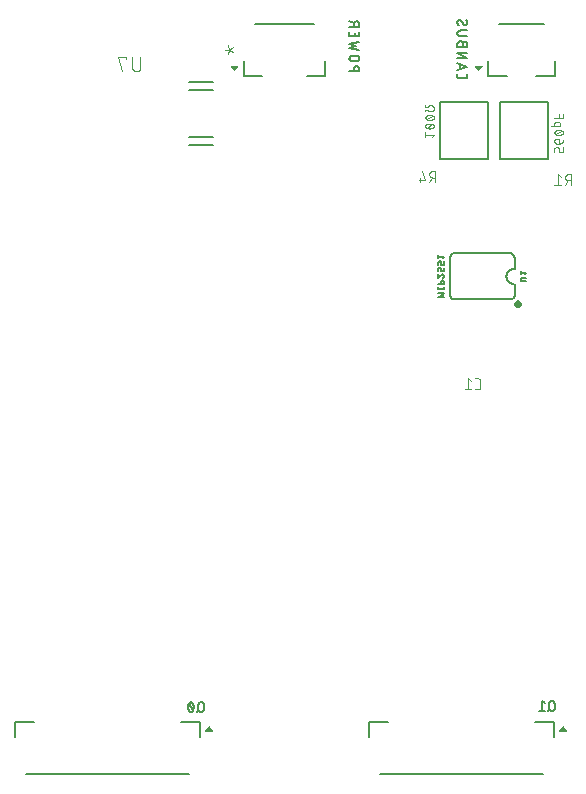
<source format=gbr>
G04 EAGLE Gerber RS-274X export*
G75*
%MOMM*%
%FSLAX34Y34*%
%LPD*%
%INSilkscreen Bottom*%
%IPPOS*%
%AMOC8*
5,1,8,0,0,1.08239X$1,22.5*%
G01*
%ADD10C,0.152400*%
%ADD11C,0.076200*%
%ADD12C,0.203200*%
%ADD13C,0.177800*%
%ADD14C,0.127000*%

G36*
X452510Y407420D02*
X452510Y407420D01*
X452512Y407422D01*
X452513Y407421D01*
X453184Y407656D01*
X453185Y407657D01*
X453186Y407657D01*
X453788Y408035D01*
X453789Y408037D01*
X453791Y408037D01*
X454293Y408539D01*
X454293Y408541D01*
X454295Y408542D01*
X454673Y409144D01*
X454673Y409145D01*
X454674Y409146D01*
X454909Y409817D01*
X454909Y409819D01*
X454910Y409820D01*
X454944Y410120D01*
X454944Y410121D01*
X454945Y410132D01*
X454981Y410455D01*
X454983Y410467D01*
X454989Y410526D01*
X454989Y410527D01*
X454988Y410528D01*
X454989Y410529D01*
X454910Y411235D01*
X454908Y411237D01*
X454909Y411238D01*
X454674Y411909D01*
X454673Y411910D01*
X454673Y411911D01*
X454295Y412513D01*
X454293Y412514D01*
X454293Y412516D01*
X453791Y413018D01*
X453789Y413018D01*
X453788Y413020D01*
X453186Y413398D01*
X453185Y413398D01*
X453184Y413399D01*
X452513Y413634D01*
X452511Y413634D01*
X452510Y413635D01*
X451804Y413714D01*
X451802Y413713D01*
X451801Y413714D01*
X451095Y413635D01*
X451093Y413633D01*
X451092Y413634D01*
X450421Y413399D01*
X450420Y413398D01*
X450419Y413398D01*
X449817Y413020D01*
X449816Y413018D01*
X449814Y413018D01*
X449312Y412516D01*
X449312Y412514D01*
X449310Y412513D01*
X448932Y411911D01*
X448932Y411910D01*
X448931Y411909D01*
X448696Y411238D01*
X448697Y411236D01*
X448695Y411235D01*
X448682Y411114D01*
X448680Y411102D01*
X448644Y410780D01*
X448643Y410768D01*
X448616Y410529D01*
X448617Y410527D01*
X448616Y410526D01*
X448695Y409820D01*
X448697Y409818D01*
X448696Y409817D01*
X448931Y409146D01*
X448932Y409145D01*
X448932Y409144D01*
X449310Y408542D01*
X449312Y408541D01*
X449312Y408539D01*
X449814Y408037D01*
X449816Y408037D01*
X449817Y408035D01*
X450419Y407657D01*
X450420Y407657D01*
X450421Y407656D01*
X451092Y407421D01*
X451094Y407422D01*
X451095Y407420D01*
X451801Y407341D01*
X451803Y407342D01*
X451804Y407341D01*
X452510Y407420D01*
G37*
G36*
X492527Y47931D02*
X492527Y47931D01*
X492553Y47928D01*
X492636Y47950D01*
X492721Y47965D01*
X492744Y47979D01*
X492770Y47986D01*
X492840Y48036D01*
X492914Y48080D01*
X492931Y48100D01*
X492953Y48116D01*
X493001Y48187D01*
X493055Y48254D01*
X493064Y48279D01*
X493079Y48301D01*
X493100Y48385D01*
X493127Y48466D01*
X493127Y48493D01*
X493133Y48519D01*
X493123Y48605D01*
X493121Y48691D01*
X493111Y48715D01*
X493108Y48742D01*
X493051Y48862D01*
X493036Y48898D01*
X493031Y48904D01*
X493028Y48912D01*
X490488Y52722D01*
X490434Y52778D01*
X490386Y52840D01*
X490361Y52856D01*
X490348Y52870D01*
X490343Y52872D01*
X490332Y52884D01*
X490262Y52917D01*
X490196Y52959D01*
X490162Y52966D01*
X490130Y52981D01*
X490053Y52988D01*
X489976Y53004D01*
X489941Y52999D01*
X489907Y53002D01*
X489831Y52982D01*
X489754Y52970D01*
X489737Y52960D01*
X489736Y52960D01*
X489731Y52957D01*
X489724Y52953D01*
X489690Y52944D01*
X489626Y52899D01*
X489558Y52861D01*
X489547Y52848D01*
X489543Y52846D01*
X489531Y52831D01*
X489507Y52814D01*
X489481Y52775D01*
X489432Y52722D01*
X486892Y48912D01*
X486882Y48887D01*
X486865Y48866D01*
X486837Y48785D01*
X486803Y48706D01*
X486801Y48679D01*
X486793Y48654D01*
X486795Y48568D01*
X486791Y48482D01*
X486799Y48456D01*
X486799Y48429D01*
X486832Y48350D01*
X486857Y48268D01*
X486874Y48246D01*
X486884Y48222D01*
X486942Y48158D01*
X486994Y48090D01*
X487017Y48076D01*
X487035Y48056D01*
X487112Y48017D01*
X487184Y47971D01*
X487211Y47966D01*
X487235Y47953D01*
X487365Y47934D01*
X487404Y47926D01*
X487411Y47927D01*
X487420Y47926D01*
X492500Y47926D01*
X492527Y47931D01*
G37*
G36*
X192807Y47931D02*
X192807Y47931D01*
X192833Y47928D01*
X192916Y47950D01*
X193001Y47965D01*
X193024Y47979D01*
X193050Y47986D01*
X193120Y48036D01*
X193194Y48080D01*
X193211Y48100D01*
X193233Y48116D01*
X193281Y48187D01*
X193335Y48254D01*
X193344Y48279D01*
X193359Y48301D01*
X193380Y48385D01*
X193407Y48466D01*
X193407Y48493D01*
X193413Y48519D01*
X193403Y48605D01*
X193401Y48691D01*
X193391Y48715D01*
X193388Y48742D01*
X193331Y48862D01*
X193316Y48898D01*
X193311Y48904D01*
X193308Y48912D01*
X190768Y52722D01*
X190714Y52778D01*
X190666Y52840D01*
X190641Y52856D01*
X190628Y52870D01*
X190623Y52872D01*
X190612Y52884D01*
X190542Y52917D01*
X190476Y52959D01*
X190442Y52966D01*
X190410Y52981D01*
X190333Y52988D01*
X190256Y53004D01*
X190221Y52999D01*
X190187Y53002D01*
X190111Y52982D01*
X190034Y52970D01*
X190017Y52960D01*
X190016Y52960D01*
X190011Y52957D01*
X190004Y52953D01*
X189970Y52944D01*
X189906Y52899D01*
X189838Y52861D01*
X189827Y52848D01*
X189823Y52846D01*
X189811Y52831D01*
X189787Y52814D01*
X189761Y52775D01*
X189712Y52722D01*
X187172Y48912D01*
X187162Y48887D01*
X187145Y48866D01*
X187117Y48785D01*
X187083Y48706D01*
X187081Y48679D01*
X187073Y48654D01*
X187075Y48568D01*
X187071Y48482D01*
X187079Y48456D01*
X187079Y48429D01*
X187112Y48350D01*
X187137Y48268D01*
X187154Y48246D01*
X187164Y48222D01*
X187222Y48158D01*
X187274Y48090D01*
X187297Y48076D01*
X187315Y48056D01*
X187392Y48017D01*
X187464Y47971D01*
X187491Y47966D01*
X187515Y47953D01*
X187645Y47934D01*
X187684Y47926D01*
X187691Y47927D01*
X187700Y47926D01*
X192780Y47926D01*
X192807Y47931D01*
G37*
G36*
X211669Y607401D02*
X211669Y607401D01*
X211703Y607398D01*
X211779Y607418D01*
X211856Y607430D01*
X211886Y607447D01*
X211920Y607456D01*
X211984Y607501D01*
X212052Y607539D01*
X212078Y607569D01*
X212103Y607586D01*
X212129Y607625D01*
X212178Y607678D01*
X214718Y611488D01*
X214728Y611511D01*
X214742Y611529D01*
X214743Y611531D01*
X214745Y611534D01*
X214773Y611615D01*
X214807Y611694D01*
X214809Y611721D01*
X214817Y611746D01*
X214815Y611832D01*
X214819Y611918D01*
X214811Y611944D01*
X214811Y611971D01*
X214778Y612050D01*
X214753Y612132D01*
X214736Y612154D01*
X214726Y612178D01*
X214668Y612242D01*
X214616Y612310D01*
X214593Y612324D01*
X214575Y612344D01*
X214498Y612383D01*
X214426Y612429D01*
X214399Y612434D01*
X214375Y612447D01*
X214245Y612466D01*
X214206Y612474D01*
X214199Y612473D01*
X214190Y612474D01*
X209110Y612474D01*
X209084Y612470D01*
X209057Y612472D01*
X208974Y612450D01*
X208889Y612435D01*
X208866Y612421D01*
X208840Y612414D01*
X208770Y612364D01*
X208696Y612320D01*
X208679Y612300D01*
X208657Y612284D01*
X208609Y612213D01*
X208555Y612146D01*
X208546Y612121D01*
X208531Y612099D01*
X208510Y612015D01*
X208483Y611934D01*
X208484Y611907D01*
X208477Y611881D01*
X208487Y611795D01*
X208489Y611709D01*
X208499Y611685D01*
X208502Y611658D01*
X208559Y611538D01*
X208574Y611502D01*
X208576Y611499D01*
X208577Y611497D01*
X208580Y611494D01*
X208582Y611488D01*
X211122Y607678D01*
X211176Y607622D01*
X211224Y607560D01*
X211254Y607542D01*
X211278Y607516D01*
X211348Y607483D01*
X211414Y607441D01*
X211449Y607434D01*
X211480Y607419D01*
X211557Y607412D01*
X211634Y607396D01*
X211669Y607401D01*
G37*
G36*
X418579Y607401D02*
X418579Y607401D01*
X418613Y607398D01*
X418689Y607418D01*
X418766Y607430D01*
X418796Y607447D01*
X418830Y607456D01*
X418894Y607501D01*
X418962Y607539D01*
X418988Y607569D01*
X419013Y607586D01*
X419039Y607625D01*
X419088Y607678D01*
X421628Y611488D01*
X421638Y611511D01*
X421652Y611529D01*
X421653Y611531D01*
X421655Y611534D01*
X421683Y611615D01*
X421717Y611694D01*
X421719Y611721D01*
X421727Y611746D01*
X421725Y611832D01*
X421729Y611918D01*
X421721Y611944D01*
X421721Y611971D01*
X421688Y612050D01*
X421663Y612132D01*
X421646Y612154D01*
X421636Y612178D01*
X421578Y612242D01*
X421526Y612310D01*
X421503Y612324D01*
X421485Y612344D01*
X421408Y612383D01*
X421336Y612429D01*
X421309Y612434D01*
X421285Y612447D01*
X421155Y612466D01*
X421116Y612474D01*
X421109Y612473D01*
X421100Y612474D01*
X416020Y612474D01*
X415994Y612470D01*
X415967Y612472D01*
X415884Y612450D01*
X415799Y612435D01*
X415776Y612421D01*
X415750Y612414D01*
X415680Y612364D01*
X415606Y612320D01*
X415589Y612300D01*
X415567Y612284D01*
X415519Y612213D01*
X415465Y612146D01*
X415456Y612121D01*
X415441Y612099D01*
X415420Y612015D01*
X415393Y611934D01*
X415394Y611907D01*
X415387Y611881D01*
X415397Y611795D01*
X415399Y611709D01*
X415409Y611685D01*
X415412Y611658D01*
X415469Y611538D01*
X415484Y611502D01*
X415486Y611499D01*
X415487Y611497D01*
X415490Y611494D01*
X415492Y611488D01*
X418032Y607678D01*
X418086Y607622D01*
X418134Y607560D01*
X418164Y607542D01*
X418188Y607516D01*
X418258Y607483D01*
X418324Y607441D01*
X418359Y607434D01*
X418390Y607419D01*
X418467Y607412D01*
X418544Y607396D01*
X418579Y607401D01*
G37*
D10*
X436880Y581660D02*
X436880Y533400D01*
X477520Y533400D01*
X477520Y581660D01*
X436880Y581660D01*
X426720Y581660D02*
X386080Y581660D01*
X426720Y581660D02*
X426720Y533400D01*
X386080Y533400D01*
X386080Y581660D01*
D11*
X380619Y553850D02*
X378982Y551804D01*
X380619Y553850D02*
X373253Y553850D01*
X373253Y551804D02*
X373253Y555896D01*
X376936Y559120D02*
X377089Y559122D01*
X377242Y559128D01*
X377394Y559137D01*
X377547Y559151D01*
X377699Y559168D01*
X377850Y559189D01*
X378001Y559214D01*
X378151Y559243D01*
X378301Y559275D01*
X378449Y559312D01*
X378597Y559352D01*
X378744Y559395D01*
X378889Y559443D01*
X379033Y559494D01*
X379176Y559548D01*
X379318Y559607D01*
X379457Y559668D01*
X379596Y559734D01*
X379666Y559760D01*
X379736Y559790D01*
X379803Y559823D01*
X379869Y559859D01*
X379933Y559898D01*
X379995Y559941D01*
X380054Y559987D01*
X380112Y560035D01*
X380166Y560086D01*
X380219Y560140D01*
X380268Y560197D01*
X380315Y560256D01*
X380358Y560317D01*
X380399Y560380D01*
X380436Y560445D01*
X380471Y560512D01*
X380501Y560581D01*
X380529Y560651D01*
X380552Y560722D01*
X380573Y560794D01*
X380589Y560867D01*
X380602Y560941D01*
X380612Y561016D01*
X380617Y561091D01*
X380619Y561166D01*
X380617Y561241D01*
X380612Y561316D01*
X380602Y561391D01*
X380589Y561465D01*
X380573Y561538D01*
X380552Y561610D01*
X380529Y561681D01*
X380501Y561751D01*
X380471Y561820D01*
X380436Y561887D01*
X380399Y561952D01*
X380358Y562015D01*
X380315Y562076D01*
X380268Y562135D01*
X380219Y562192D01*
X380166Y562246D01*
X380112Y562297D01*
X380054Y562346D01*
X379995Y562391D01*
X379933Y562434D01*
X379869Y562473D01*
X379803Y562510D01*
X379735Y562542D01*
X379666Y562572D01*
X379596Y562598D01*
X379458Y562663D01*
X379318Y562725D01*
X379176Y562783D01*
X379033Y562838D01*
X378889Y562889D01*
X378744Y562937D01*
X378597Y562980D01*
X378450Y563020D01*
X378301Y563057D01*
X378151Y563089D01*
X378001Y563118D01*
X377850Y563143D01*
X377699Y563164D01*
X377547Y563181D01*
X377394Y563195D01*
X377242Y563204D01*
X377089Y563210D01*
X376936Y563212D01*
X376936Y559119D02*
X376783Y559121D01*
X376630Y559127D01*
X376477Y559136D01*
X376325Y559150D01*
X376173Y559167D01*
X376022Y559188D01*
X375871Y559213D01*
X375720Y559242D01*
X375571Y559274D01*
X375422Y559311D01*
X375275Y559351D01*
X375128Y559394D01*
X374983Y559442D01*
X374838Y559493D01*
X374696Y559548D01*
X374554Y559606D01*
X374414Y559668D01*
X374276Y559733D01*
X374276Y559734D02*
X374205Y559760D01*
X374136Y559790D01*
X374069Y559823D01*
X374003Y559859D01*
X373939Y559898D01*
X373877Y559941D01*
X373818Y559987D01*
X373760Y560035D01*
X373706Y560086D01*
X373653Y560140D01*
X373604Y560197D01*
X373557Y560256D01*
X373514Y560317D01*
X373473Y560380D01*
X373436Y560445D01*
X373401Y560512D01*
X373371Y560581D01*
X373343Y560651D01*
X373320Y560722D01*
X373299Y560794D01*
X373283Y560867D01*
X373270Y560941D01*
X373260Y561016D01*
X373255Y561091D01*
X373253Y561166D01*
X374276Y562597D02*
X374414Y562662D01*
X374554Y562724D01*
X374696Y562782D01*
X374839Y562837D01*
X374983Y562888D01*
X375128Y562936D01*
X375275Y562979D01*
X375423Y563019D01*
X375571Y563056D01*
X375721Y563088D01*
X375871Y563117D01*
X376022Y563142D01*
X376173Y563163D01*
X376325Y563180D01*
X376478Y563194D01*
X376630Y563203D01*
X376783Y563209D01*
X376936Y563211D01*
X374276Y562598D02*
X374206Y562572D01*
X374136Y562542D01*
X374069Y562510D01*
X374003Y562473D01*
X373939Y562434D01*
X373877Y562391D01*
X373818Y562345D01*
X373760Y562297D01*
X373706Y562246D01*
X373653Y562192D01*
X373604Y562135D01*
X373557Y562076D01*
X373514Y562015D01*
X373473Y561952D01*
X373436Y561887D01*
X373401Y561820D01*
X373371Y561751D01*
X373343Y561681D01*
X373320Y561610D01*
X373299Y561538D01*
X373283Y561465D01*
X373270Y561391D01*
X373260Y561316D01*
X373255Y561241D01*
X373253Y561166D01*
X374890Y559529D02*
X378982Y562802D01*
X376936Y566435D02*
X377089Y566437D01*
X377242Y566443D01*
X377394Y566452D01*
X377547Y566466D01*
X377699Y566483D01*
X377850Y566504D01*
X378001Y566529D01*
X378151Y566558D01*
X378301Y566590D01*
X378449Y566627D01*
X378597Y566667D01*
X378744Y566710D01*
X378889Y566758D01*
X379033Y566809D01*
X379176Y566863D01*
X379318Y566922D01*
X379457Y566983D01*
X379596Y567049D01*
X379666Y567075D01*
X379736Y567105D01*
X379803Y567138D01*
X379869Y567174D01*
X379933Y567213D01*
X379995Y567256D01*
X380054Y567302D01*
X380112Y567350D01*
X380166Y567401D01*
X380219Y567455D01*
X380268Y567512D01*
X380315Y567571D01*
X380358Y567632D01*
X380399Y567695D01*
X380436Y567760D01*
X380471Y567827D01*
X380501Y567896D01*
X380529Y567966D01*
X380552Y568037D01*
X380573Y568109D01*
X380589Y568182D01*
X380602Y568256D01*
X380612Y568331D01*
X380617Y568406D01*
X380619Y568481D01*
X380617Y568556D01*
X380612Y568631D01*
X380602Y568706D01*
X380589Y568780D01*
X380573Y568853D01*
X380552Y568925D01*
X380529Y568996D01*
X380501Y569066D01*
X380471Y569135D01*
X380436Y569202D01*
X380399Y569267D01*
X380358Y569330D01*
X380315Y569391D01*
X380268Y569450D01*
X380219Y569507D01*
X380166Y569561D01*
X380112Y569612D01*
X380054Y569661D01*
X379995Y569706D01*
X379933Y569749D01*
X379869Y569788D01*
X379803Y569825D01*
X379735Y569857D01*
X379666Y569887D01*
X379596Y569913D01*
X379458Y569978D01*
X379318Y570040D01*
X379176Y570098D01*
X379033Y570153D01*
X378889Y570204D01*
X378744Y570252D01*
X378597Y570295D01*
X378450Y570335D01*
X378301Y570372D01*
X378151Y570404D01*
X378001Y570433D01*
X377850Y570458D01*
X377699Y570479D01*
X377547Y570496D01*
X377394Y570510D01*
X377242Y570519D01*
X377089Y570525D01*
X376936Y570527D01*
X376936Y566434D02*
X376783Y566436D01*
X376630Y566442D01*
X376477Y566451D01*
X376325Y566465D01*
X376173Y566482D01*
X376022Y566503D01*
X375871Y566528D01*
X375720Y566557D01*
X375571Y566589D01*
X375422Y566626D01*
X375275Y566666D01*
X375128Y566709D01*
X374983Y566757D01*
X374838Y566808D01*
X374696Y566863D01*
X374554Y566921D01*
X374414Y566983D01*
X374276Y567048D01*
X374276Y567049D02*
X374205Y567075D01*
X374136Y567105D01*
X374069Y567138D01*
X374003Y567174D01*
X373939Y567213D01*
X373877Y567256D01*
X373818Y567302D01*
X373760Y567350D01*
X373706Y567401D01*
X373653Y567455D01*
X373604Y567512D01*
X373557Y567571D01*
X373514Y567632D01*
X373473Y567695D01*
X373436Y567760D01*
X373401Y567827D01*
X373371Y567896D01*
X373343Y567966D01*
X373320Y568037D01*
X373299Y568109D01*
X373283Y568182D01*
X373270Y568256D01*
X373260Y568331D01*
X373255Y568406D01*
X373253Y568481D01*
X374276Y569913D02*
X374414Y569978D01*
X374554Y570040D01*
X374696Y570098D01*
X374839Y570153D01*
X374983Y570204D01*
X375128Y570252D01*
X375275Y570295D01*
X375423Y570335D01*
X375571Y570372D01*
X375721Y570404D01*
X375871Y570433D01*
X376022Y570458D01*
X376173Y570479D01*
X376325Y570496D01*
X376478Y570510D01*
X376630Y570519D01*
X376783Y570525D01*
X376936Y570527D01*
X374276Y569913D02*
X374206Y569887D01*
X374136Y569857D01*
X374069Y569825D01*
X374003Y569788D01*
X373939Y569749D01*
X373877Y569706D01*
X373818Y569660D01*
X373760Y569612D01*
X373706Y569561D01*
X373653Y569507D01*
X373604Y569450D01*
X373557Y569391D01*
X373514Y569330D01*
X373473Y569267D01*
X373436Y569202D01*
X373401Y569135D01*
X373371Y569066D01*
X373343Y568996D01*
X373320Y568925D01*
X373299Y568853D01*
X373283Y568780D01*
X373270Y568706D01*
X373260Y568631D01*
X373255Y568556D01*
X373253Y568481D01*
X374890Y566844D02*
X378982Y570118D01*
X378164Y573829D02*
X378260Y573831D01*
X378357Y573837D01*
X378453Y573846D01*
X378548Y573859D01*
X378643Y573876D01*
X378737Y573897D01*
X378830Y573921D01*
X378923Y573949D01*
X379014Y573981D01*
X379103Y574016D01*
X379192Y574055D01*
X379279Y574097D01*
X379364Y574142D01*
X379447Y574191D01*
X379528Y574243D01*
X379607Y574298D01*
X379684Y574356D01*
X379758Y574417D01*
X379830Y574481D01*
X379900Y574548D01*
X379967Y574618D01*
X380031Y574690D01*
X380092Y574764D01*
X380150Y574841D01*
X380205Y574920D01*
X380257Y575001D01*
X380306Y575084D01*
X380351Y575169D01*
X380393Y575256D01*
X380432Y575345D01*
X380467Y575434D01*
X380499Y575525D01*
X380527Y575618D01*
X380551Y575711D01*
X380572Y575805D01*
X380589Y575900D01*
X380602Y575995D01*
X380611Y576091D01*
X380617Y576188D01*
X380619Y576284D01*
X378164Y573828D02*
X377345Y573828D01*
X377252Y573830D01*
X377160Y573835D01*
X377067Y573845D01*
X376975Y573858D01*
X376884Y573874D01*
X376793Y573895D01*
X376704Y573918D01*
X376615Y573946D01*
X376527Y573977D01*
X376441Y574011D01*
X376357Y574049D01*
X376273Y574090D01*
X376192Y574135D01*
X376112Y574183D01*
X376035Y574234D01*
X375959Y574288D01*
X375886Y574345D01*
X375815Y574404D01*
X375746Y574467D01*
X375680Y574532D01*
X375617Y574600D01*
X375557Y574671D01*
X375499Y574743D01*
X375444Y574818D01*
X375393Y574896D01*
X375344Y574975D01*
X375299Y575056D01*
X373253Y575056D01*
X373253Y573828D01*
X378164Y578739D02*
X378260Y578737D01*
X378357Y578731D01*
X378453Y578722D01*
X378548Y578709D01*
X378643Y578692D01*
X378737Y578671D01*
X378830Y578647D01*
X378923Y578619D01*
X379014Y578587D01*
X379103Y578552D01*
X379192Y578513D01*
X379279Y578471D01*
X379364Y578426D01*
X379447Y578377D01*
X379528Y578325D01*
X379607Y578270D01*
X379684Y578212D01*
X379758Y578151D01*
X379830Y578087D01*
X379900Y578020D01*
X379967Y577950D01*
X380031Y577878D01*
X380092Y577804D01*
X380150Y577727D01*
X380205Y577648D01*
X380257Y577567D01*
X380306Y577484D01*
X380351Y577399D01*
X380393Y577312D01*
X380432Y577223D01*
X380467Y577134D01*
X380499Y577043D01*
X380527Y576950D01*
X380551Y576857D01*
X380572Y576763D01*
X380589Y576668D01*
X380602Y576573D01*
X380611Y576477D01*
X380617Y576380D01*
X380619Y576284D01*
X378164Y578739D02*
X377345Y578739D01*
X377252Y578737D01*
X377160Y578732D01*
X377067Y578722D01*
X376975Y578709D01*
X376884Y578693D01*
X376793Y578672D01*
X376704Y578649D01*
X376615Y578621D01*
X376527Y578590D01*
X376441Y578556D01*
X376357Y578518D01*
X376273Y578477D01*
X376192Y578432D01*
X376112Y578384D01*
X376035Y578333D01*
X375959Y578279D01*
X375886Y578222D01*
X375815Y578163D01*
X375746Y578100D01*
X375680Y578035D01*
X375617Y577967D01*
X375557Y577896D01*
X375499Y577824D01*
X375444Y577749D01*
X375393Y577671D01*
X375344Y577592D01*
X375299Y577511D01*
X373253Y577511D01*
X373253Y578739D01*
X482473Y541512D02*
X482473Y539056D01*
X482473Y541512D02*
X482475Y541592D01*
X482481Y541672D01*
X482491Y541752D01*
X482504Y541831D01*
X482522Y541910D01*
X482543Y541987D01*
X482569Y542063D01*
X482598Y542138D01*
X482630Y542212D01*
X482666Y542284D01*
X482706Y542354D01*
X482749Y542421D01*
X482795Y542487D01*
X482845Y542550D01*
X482897Y542611D01*
X482952Y542670D01*
X483011Y542725D01*
X483071Y542777D01*
X483135Y542827D01*
X483201Y542873D01*
X483268Y542916D01*
X483338Y542956D01*
X483410Y542992D01*
X483484Y543024D01*
X483558Y543053D01*
X483635Y543079D01*
X483712Y543100D01*
X483791Y543118D01*
X483870Y543131D01*
X483950Y543141D01*
X484030Y543147D01*
X484110Y543149D01*
X484928Y543149D01*
X485006Y543147D01*
X485084Y543142D01*
X485161Y543132D01*
X485238Y543119D01*
X485314Y543103D01*
X485389Y543083D01*
X485463Y543059D01*
X485536Y543032D01*
X485608Y543001D01*
X485678Y542967D01*
X485747Y542930D01*
X485813Y542889D01*
X485878Y542845D01*
X485940Y542799D01*
X486000Y542749D01*
X486058Y542697D01*
X486113Y542642D01*
X486165Y542584D01*
X486215Y542524D01*
X486261Y542462D01*
X486305Y542397D01*
X486346Y542331D01*
X486383Y542262D01*
X486417Y542192D01*
X486448Y542120D01*
X486475Y542047D01*
X486499Y541973D01*
X486519Y541898D01*
X486535Y541822D01*
X486548Y541745D01*
X486558Y541668D01*
X486563Y541590D01*
X486565Y541512D01*
X486565Y539056D01*
X489839Y539056D01*
X489839Y543149D01*
X486565Y546372D02*
X486565Y548827D01*
X486563Y548905D01*
X486558Y548983D01*
X486548Y549060D01*
X486535Y549137D01*
X486519Y549213D01*
X486499Y549288D01*
X486475Y549362D01*
X486448Y549435D01*
X486417Y549507D01*
X486383Y549577D01*
X486346Y549646D01*
X486305Y549712D01*
X486261Y549777D01*
X486215Y549839D01*
X486165Y549899D01*
X486113Y549957D01*
X486058Y550012D01*
X486000Y550064D01*
X485940Y550114D01*
X485878Y550160D01*
X485813Y550204D01*
X485747Y550245D01*
X485678Y550282D01*
X485608Y550316D01*
X485536Y550347D01*
X485463Y550374D01*
X485389Y550398D01*
X485314Y550418D01*
X485238Y550434D01*
X485161Y550447D01*
X485084Y550457D01*
X485006Y550462D01*
X484928Y550464D01*
X484519Y550464D01*
X484430Y550462D01*
X484341Y550456D01*
X484252Y550446D01*
X484164Y550433D01*
X484076Y550416D01*
X483989Y550394D01*
X483904Y550369D01*
X483819Y550341D01*
X483736Y550308D01*
X483654Y550272D01*
X483574Y550233D01*
X483496Y550190D01*
X483420Y550144D01*
X483345Y550094D01*
X483273Y550041D01*
X483204Y549985D01*
X483137Y549926D01*
X483072Y549865D01*
X483011Y549800D01*
X482952Y549733D01*
X482896Y549664D01*
X482843Y549592D01*
X482793Y549517D01*
X482747Y549441D01*
X482704Y549363D01*
X482665Y549283D01*
X482629Y549201D01*
X482596Y549118D01*
X482568Y549033D01*
X482543Y548948D01*
X482521Y548861D01*
X482504Y548773D01*
X482491Y548685D01*
X482481Y548596D01*
X482475Y548507D01*
X482473Y548418D01*
X482475Y548329D01*
X482481Y548240D01*
X482491Y548151D01*
X482504Y548063D01*
X482521Y547975D01*
X482543Y547888D01*
X482568Y547803D01*
X482596Y547718D01*
X482629Y547635D01*
X482665Y547553D01*
X482704Y547473D01*
X482747Y547395D01*
X482793Y547319D01*
X482843Y547244D01*
X482896Y547172D01*
X482952Y547103D01*
X483011Y547036D01*
X483072Y546971D01*
X483137Y546910D01*
X483204Y546851D01*
X483273Y546795D01*
X483345Y546742D01*
X483420Y546692D01*
X483496Y546646D01*
X483574Y546603D01*
X483654Y546564D01*
X483736Y546528D01*
X483819Y546495D01*
X483904Y546467D01*
X483989Y546442D01*
X484076Y546420D01*
X484164Y546403D01*
X484252Y546390D01*
X484341Y546380D01*
X484430Y546374D01*
X484519Y546372D01*
X486565Y546372D01*
X486565Y546371D02*
X486679Y546373D01*
X486793Y546379D01*
X486907Y546389D01*
X487021Y546403D01*
X487134Y546421D01*
X487246Y546443D01*
X487357Y546468D01*
X487467Y546498D01*
X487577Y546531D01*
X487685Y546568D01*
X487791Y546609D01*
X487897Y546654D01*
X488000Y546702D01*
X488102Y546754D01*
X488202Y546810D01*
X488300Y546868D01*
X488396Y546931D01*
X488489Y546996D01*
X488581Y547065D01*
X488669Y547137D01*
X488756Y547212D01*
X488839Y547290D01*
X488920Y547371D01*
X488998Y547454D01*
X489073Y547541D01*
X489145Y547629D01*
X489214Y547721D01*
X489279Y547814D01*
X489341Y547910D01*
X489400Y548008D01*
X489456Y548108D01*
X489508Y548210D01*
X489556Y548313D01*
X489601Y548419D01*
X489642Y548525D01*
X489679Y548633D01*
X489712Y548743D01*
X489742Y548853D01*
X489767Y548964D01*
X489789Y549076D01*
X489807Y549189D01*
X489821Y549303D01*
X489831Y549417D01*
X489837Y549531D01*
X489839Y549645D01*
X488816Y554301D02*
X488677Y554235D01*
X488538Y554174D01*
X488396Y554115D01*
X488253Y554061D01*
X488109Y554010D01*
X487964Y553962D01*
X487817Y553919D01*
X487669Y553879D01*
X487521Y553842D01*
X487371Y553810D01*
X487221Y553781D01*
X487070Y553756D01*
X486919Y553735D01*
X486767Y553718D01*
X486614Y553704D01*
X486462Y553695D01*
X486309Y553689D01*
X486156Y553687D01*
X488816Y554301D02*
X488886Y554327D01*
X488956Y554357D01*
X489023Y554390D01*
X489089Y554426D01*
X489153Y554465D01*
X489215Y554508D01*
X489274Y554554D01*
X489332Y554602D01*
X489386Y554653D01*
X489439Y554707D01*
X489488Y554764D01*
X489535Y554823D01*
X489578Y554884D01*
X489619Y554947D01*
X489656Y555012D01*
X489691Y555079D01*
X489721Y555148D01*
X489749Y555218D01*
X489772Y555289D01*
X489793Y555361D01*
X489809Y555434D01*
X489822Y555508D01*
X489832Y555583D01*
X489837Y555658D01*
X489839Y555733D01*
X489837Y555808D01*
X489832Y555883D01*
X489822Y555958D01*
X489809Y556032D01*
X489793Y556105D01*
X489772Y556177D01*
X489749Y556248D01*
X489721Y556318D01*
X489691Y556387D01*
X489656Y556454D01*
X489619Y556519D01*
X489578Y556582D01*
X489535Y556643D01*
X489488Y556702D01*
X489439Y556759D01*
X489386Y556813D01*
X489332Y556864D01*
X489274Y556913D01*
X489215Y556958D01*
X489153Y557001D01*
X489089Y557040D01*
X489023Y557077D01*
X488955Y557109D01*
X488886Y557139D01*
X488816Y557165D01*
X488678Y557230D01*
X488538Y557292D01*
X488396Y557350D01*
X488253Y557405D01*
X488109Y557456D01*
X487964Y557504D01*
X487817Y557547D01*
X487670Y557587D01*
X487521Y557624D01*
X487371Y557656D01*
X487221Y557685D01*
X487070Y557710D01*
X486919Y557731D01*
X486767Y557748D01*
X486614Y557762D01*
X486462Y557771D01*
X486309Y557777D01*
X486156Y557779D01*
X486156Y553686D02*
X486003Y553688D01*
X485850Y553694D01*
X485697Y553703D01*
X485545Y553717D01*
X485393Y553734D01*
X485242Y553755D01*
X485091Y553780D01*
X484940Y553809D01*
X484791Y553841D01*
X484642Y553878D01*
X484495Y553918D01*
X484348Y553961D01*
X484203Y554009D01*
X484058Y554060D01*
X483916Y554115D01*
X483774Y554173D01*
X483634Y554235D01*
X483496Y554300D01*
X483496Y554301D02*
X483425Y554327D01*
X483356Y554357D01*
X483289Y554390D01*
X483223Y554426D01*
X483159Y554465D01*
X483097Y554508D01*
X483038Y554554D01*
X482980Y554602D01*
X482926Y554653D01*
X482873Y554707D01*
X482824Y554764D01*
X482777Y554823D01*
X482734Y554884D01*
X482693Y554947D01*
X482656Y555012D01*
X482621Y555079D01*
X482591Y555148D01*
X482563Y555218D01*
X482540Y555289D01*
X482519Y555361D01*
X482503Y555434D01*
X482490Y555508D01*
X482480Y555583D01*
X482475Y555658D01*
X482473Y555733D01*
X483496Y557165D02*
X483634Y557230D01*
X483774Y557292D01*
X483916Y557350D01*
X484059Y557405D01*
X484203Y557456D01*
X484348Y557504D01*
X484495Y557547D01*
X484643Y557587D01*
X484791Y557624D01*
X484941Y557656D01*
X485091Y557685D01*
X485242Y557710D01*
X485393Y557731D01*
X485545Y557748D01*
X485698Y557762D01*
X485850Y557771D01*
X486003Y557777D01*
X486156Y557779D01*
X483496Y557165D02*
X483426Y557139D01*
X483356Y557109D01*
X483289Y557077D01*
X483223Y557040D01*
X483159Y557001D01*
X483097Y556958D01*
X483038Y556912D01*
X482980Y556864D01*
X482926Y556813D01*
X482873Y556759D01*
X482824Y556702D01*
X482777Y556643D01*
X482734Y556582D01*
X482693Y556519D01*
X482656Y556454D01*
X482621Y556387D01*
X482591Y556318D01*
X482563Y556248D01*
X482540Y556177D01*
X482519Y556105D01*
X482503Y556032D01*
X482490Y555958D01*
X482480Y555883D01*
X482475Y555808D01*
X482473Y555733D01*
X484110Y554096D02*
X488202Y557370D01*
X487384Y561208D02*
X480018Y561208D01*
X487384Y561208D02*
X487384Y563254D01*
X487382Y563323D01*
X487376Y563391D01*
X487367Y563460D01*
X487353Y563527D01*
X487336Y563594D01*
X487315Y563660D01*
X487291Y563724D01*
X487262Y563787D01*
X487231Y563848D01*
X487196Y563907D01*
X487158Y563965D01*
X487116Y564020D01*
X487072Y564072D01*
X487024Y564122D01*
X486974Y564170D01*
X486922Y564214D01*
X486867Y564256D01*
X486809Y564294D01*
X486750Y564329D01*
X486689Y564360D01*
X486626Y564389D01*
X486562Y564413D01*
X486496Y564434D01*
X486429Y564451D01*
X486362Y564465D01*
X486293Y564474D01*
X486225Y564480D01*
X486156Y564482D01*
X483701Y564482D01*
X483632Y564480D01*
X483564Y564474D01*
X483495Y564465D01*
X483428Y564451D01*
X483361Y564434D01*
X483295Y564413D01*
X483231Y564389D01*
X483168Y564360D01*
X483107Y564329D01*
X483048Y564294D01*
X482990Y564256D01*
X482935Y564214D01*
X482883Y564170D01*
X482833Y564122D01*
X482785Y564072D01*
X482741Y564020D01*
X482700Y563965D01*
X482661Y563907D01*
X482626Y563848D01*
X482595Y563787D01*
X482566Y563724D01*
X482542Y563660D01*
X482521Y563594D01*
X482504Y563527D01*
X482490Y563460D01*
X482481Y563392D01*
X482475Y563323D01*
X482473Y563254D01*
X482473Y561208D01*
X482473Y567845D02*
X489839Y567845D01*
X489839Y571119D01*
X486565Y571119D02*
X486565Y567845D01*
X417559Y338201D02*
X415471Y338201D01*
X417559Y338201D02*
X417648Y338203D01*
X417736Y338209D01*
X417824Y338218D01*
X417912Y338231D01*
X417999Y338248D01*
X418085Y338268D01*
X418170Y338293D01*
X418255Y338320D01*
X418338Y338352D01*
X418419Y338386D01*
X418499Y338425D01*
X418577Y338466D01*
X418654Y338511D01*
X418728Y338559D01*
X418801Y338610D01*
X418871Y338664D01*
X418938Y338722D01*
X419004Y338782D01*
X419066Y338844D01*
X419126Y338910D01*
X419184Y338977D01*
X419238Y339047D01*
X419289Y339120D01*
X419337Y339194D01*
X419382Y339271D01*
X419423Y339349D01*
X419462Y339429D01*
X419496Y339510D01*
X419528Y339593D01*
X419555Y339678D01*
X419580Y339763D01*
X419600Y339849D01*
X419617Y339936D01*
X419630Y340024D01*
X419639Y340112D01*
X419645Y340200D01*
X419647Y340289D01*
X419648Y340289D02*
X419648Y345511D01*
X419647Y345511D02*
X419645Y345600D01*
X419639Y345688D01*
X419630Y345776D01*
X419617Y345864D01*
X419600Y345951D01*
X419580Y346037D01*
X419555Y346122D01*
X419528Y346207D01*
X419496Y346290D01*
X419462Y346371D01*
X419423Y346451D01*
X419382Y346529D01*
X419337Y346606D01*
X419289Y346680D01*
X419238Y346753D01*
X419184Y346823D01*
X419126Y346890D01*
X419066Y346956D01*
X419004Y347018D01*
X418938Y347078D01*
X418871Y347136D01*
X418801Y347190D01*
X418728Y347241D01*
X418654Y347289D01*
X418577Y347334D01*
X418499Y347375D01*
X418419Y347414D01*
X418338Y347448D01*
X418255Y347480D01*
X418170Y347507D01*
X418085Y347532D01*
X417999Y347552D01*
X417912Y347569D01*
X417824Y347582D01*
X417736Y347591D01*
X417648Y347597D01*
X417559Y347599D01*
X415471Y347599D01*
X412002Y345511D02*
X409392Y347599D01*
X409392Y338201D01*
X412002Y338201D02*
X406781Y338201D01*
D12*
X435910Y647685D02*
X473410Y647685D01*
X482785Y616435D02*
X482785Y603934D01*
X467160Y603934D01*
X442160Y603934D02*
X426535Y603934D01*
X426535Y616435D01*
D13*
X400469Y605207D02*
X400469Y603344D01*
X400471Y603260D01*
X400476Y603177D01*
X400486Y603094D01*
X400499Y603011D01*
X400516Y602929D01*
X400536Y602848D01*
X400560Y602768D01*
X400588Y602689D01*
X400619Y602612D01*
X400653Y602536D01*
X400691Y602461D01*
X400733Y602388D01*
X400777Y602318D01*
X400825Y602249D01*
X400875Y602182D01*
X400929Y602118D01*
X400985Y602057D01*
X401045Y601997D01*
X401106Y601941D01*
X401170Y601887D01*
X401237Y601837D01*
X401306Y601789D01*
X401376Y601745D01*
X401449Y601703D01*
X401524Y601665D01*
X401600Y601631D01*
X401677Y601600D01*
X401756Y601572D01*
X401836Y601548D01*
X401917Y601528D01*
X401999Y601511D01*
X402082Y601498D01*
X402165Y601488D01*
X402248Y601483D01*
X402332Y601481D01*
X402332Y601482D02*
X406988Y601482D01*
X406988Y601481D02*
X407074Y601483D01*
X407160Y601489D01*
X407245Y601499D01*
X407330Y601513D01*
X407415Y601530D01*
X407498Y601552D01*
X407580Y601578D01*
X407661Y601607D01*
X407740Y601640D01*
X407818Y601676D01*
X407895Y601716D01*
X407969Y601760D01*
X408041Y601807D01*
X408111Y601857D01*
X408178Y601911D01*
X408243Y601967D01*
X408305Y602027D01*
X408365Y602089D01*
X408421Y602154D01*
X408475Y602221D01*
X408525Y602291D01*
X408572Y602363D01*
X408616Y602437D01*
X408656Y602514D01*
X408692Y602591D01*
X408725Y602671D01*
X408754Y602752D01*
X408780Y602834D01*
X408802Y602917D01*
X408819Y603002D01*
X408833Y603087D01*
X408843Y603172D01*
X408849Y603258D01*
X408851Y603344D01*
X408851Y605207D01*
X408851Y611472D02*
X400469Y608678D01*
X400469Y614266D02*
X408851Y611472D01*
X402565Y609377D02*
X402565Y613568D01*
X400469Y618593D02*
X408851Y618593D01*
X400469Y623249D01*
X408851Y623249D01*
X405126Y628562D02*
X405126Y630891D01*
X405125Y630891D02*
X405123Y630986D01*
X405117Y631081D01*
X405108Y631175D01*
X405094Y631269D01*
X405077Y631363D01*
X405056Y631455D01*
X405031Y631547D01*
X405002Y631637D01*
X404970Y631727D01*
X404934Y631815D01*
X404894Y631901D01*
X404852Y631986D01*
X404805Y632069D01*
X404755Y632150D01*
X404702Y632228D01*
X404646Y632305D01*
X404587Y632379D01*
X404525Y632451D01*
X404460Y632520D01*
X404392Y632587D01*
X404322Y632650D01*
X404248Y632711D01*
X404173Y632769D01*
X404095Y632823D01*
X404015Y632875D01*
X403933Y632923D01*
X403850Y632967D01*
X403764Y633009D01*
X403677Y633046D01*
X403588Y633080D01*
X403498Y633111D01*
X403407Y633138D01*
X403315Y633161D01*
X403222Y633180D01*
X403128Y633195D01*
X403034Y633207D01*
X402939Y633215D01*
X402844Y633219D01*
X402750Y633219D01*
X402655Y633215D01*
X402560Y633207D01*
X402466Y633195D01*
X402372Y633180D01*
X402279Y633161D01*
X402187Y633138D01*
X402096Y633111D01*
X402006Y633080D01*
X401917Y633046D01*
X401830Y633009D01*
X401744Y632967D01*
X401661Y632923D01*
X401579Y632875D01*
X401499Y632823D01*
X401421Y632769D01*
X401346Y632711D01*
X401272Y632650D01*
X401202Y632587D01*
X401134Y632520D01*
X401069Y632451D01*
X401007Y632379D01*
X400948Y632305D01*
X400892Y632228D01*
X400839Y632150D01*
X400789Y632069D01*
X400742Y631986D01*
X400700Y631901D01*
X400660Y631815D01*
X400624Y631727D01*
X400592Y631637D01*
X400563Y631547D01*
X400538Y631455D01*
X400517Y631363D01*
X400500Y631269D01*
X400486Y631175D01*
X400477Y631081D01*
X400471Y630986D01*
X400469Y630891D01*
X400469Y628562D01*
X408851Y628562D01*
X408851Y630891D01*
X408849Y630976D01*
X408843Y631060D01*
X408834Y631145D01*
X408820Y631228D01*
X408803Y631311D01*
X408782Y631394D01*
X408757Y631475D01*
X408729Y631555D01*
X408697Y631633D01*
X408661Y631710D01*
X408622Y631786D01*
X408580Y631859D01*
X408534Y631930D01*
X408485Y632000D01*
X408433Y632067D01*
X408378Y632131D01*
X408320Y632193D01*
X408260Y632253D01*
X408196Y632309D01*
X408131Y632363D01*
X408062Y632413D01*
X407992Y632460D01*
X407920Y632504D01*
X407845Y632545D01*
X407769Y632582D01*
X407691Y632616D01*
X407612Y632646D01*
X407531Y632673D01*
X407450Y632696D01*
X407367Y632715D01*
X407284Y632730D01*
X407200Y632742D01*
X407115Y632750D01*
X407030Y632754D01*
X406946Y632754D01*
X406861Y632750D01*
X406776Y632742D01*
X406692Y632730D01*
X406609Y632715D01*
X406526Y632696D01*
X406445Y632673D01*
X406364Y632646D01*
X406285Y632616D01*
X406207Y632582D01*
X406131Y632545D01*
X406057Y632504D01*
X405984Y632460D01*
X405914Y632413D01*
X405845Y632363D01*
X405780Y632309D01*
X405716Y632253D01*
X405656Y632193D01*
X405598Y632131D01*
X405543Y632067D01*
X405491Y632000D01*
X405442Y631930D01*
X405396Y631859D01*
X405354Y631786D01*
X405315Y631710D01*
X405279Y631633D01*
X405247Y631555D01*
X405219Y631475D01*
X405194Y631394D01*
X405173Y631311D01*
X405156Y631228D01*
X405142Y631145D01*
X405133Y631060D01*
X405127Y630976D01*
X405125Y630891D01*
X402797Y637490D02*
X408851Y637490D01*
X402797Y637491D02*
X402702Y637493D01*
X402607Y637499D01*
X402513Y637508D01*
X402419Y637522D01*
X402325Y637539D01*
X402233Y637560D01*
X402141Y637585D01*
X402051Y637614D01*
X401961Y637646D01*
X401873Y637682D01*
X401787Y637722D01*
X401702Y637764D01*
X401619Y637811D01*
X401538Y637861D01*
X401460Y637914D01*
X401383Y637970D01*
X401309Y638029D01*
X401237Y638091D01*
X401168Y638156D01*
X401101Y638224D01*
X401038Y638294D01*
X400977Y638368D01*
X400919Y638443D01*
X400865Y638521D01*
X400813Y638601D01*
X400765Y638683D01*
X400721Y638766D01*
X400679Y638852D01*
X400642Y638939D01*
X400608Y639028D01*
X400577Y639118D01*
X400550Y639209D01*
X400527Y639301D01*
X400508Y639394D01*
X400493Y639488D01*
X400481Y639582D01*
X400473Y639677D01*
X400469Y639772D01*
X400469Y639866D01*
X400473Y639961D01*
X400481Y640056D01*
X400493Y640150D01*
X400508Y640244D01*
X400527Y640337D01*
X400550Y640429D01*
X400577Y640520D01*
X400608Y640610D01*
X400642Y640699D01*
X400679Y640786D01*
X400721Y640872D01*
X400765Y640955D01*
X400813Y641037D01*
X400865Y641117D01*
X400919Y641195D01*
X400977Y641270D01*
X401038Y641344D01*
X401101Y641414D01*
X401168Y641482D01*
X401237Y641547D01*
X401309Y641609D01*
X401383Y641668D01*
X401460Y641724D01*
X401538Y641777D01*
X401619Y641827D01*
X401702Y641874D01*
X401787Y641916D01*
X401873Y641956D01*
X401961Y641992D01*
X402051Y642024D01*
X402141Y642053D01*
X402233Y642078D01*
X402325Y642099D01*
X402419Y642116D01*
X402513Y642130D01*
X402607Y642139D01*
X402702Y642145D01*
X402797Y642147D01*
X408851Y642147D01*
X400469Y649428D02*
X400471Y649514D01*
X400477Y649600D01*
X400487Y649685D01*
X400501Y649770D01*
X400518Y649855D01*
X400540Y649938D01*
X400566Y650020D01*
X400595Y650101D01*
X400628Y650181D01*
X400664Y650258D01*
X400704Y650335D01*
X400748Y650409D01*
X400795Y650481D01*
X400845Y650551D01*
X400899Y650618D01*
X400955Y650683D01*
X401015Y650745D01*
X401077Y650805D01*
X401142Y650861D01*
X401209Y650915D01*
X401279Y650965D01*
X401351Y651012D01*
X401425Y651056D01*
X401502Y651096D01*
X401580Y651132D01*
X401659Y651165D01*
X401740Y651194D01*
X401822Y651220D01*
X401905Y651242D01*
X401990Y651259D01*
X402075Y651273D01*
X402160Y651283D01*
X402246Y651289D01*
X402332Y651291D01*
X400469Y649428D02*
X400471Y649304D01*
X400477Y649180D01*
X400487Y649056D01*
X400500Y648932D01*
X400518Y648809D01*
X400539Y648687D01*
X400565Y648565D01*
X400594Y648444D01*
X400627Y648324D01*
X400664Y648206D01*
X400704Y648088D01*
X400748Y647972D01*
X400796Y647857D01*
X400847Y647744D01*
X400902Y647633D01*
X400961Y647523D01*
X401023Y647415D01*
X401088Y647309D01*
X401157Y647206D01*
X401228Y647104D01*
X401303Y647005D01*
X401381Y646909D01*
X401462Y646814D01*
X401546Y646723D01*
X401633Y646634D01*
X406988Y646867D02*
X407072Y646869D01*
X407155Y646874D01*
X407238Y646884D01*
X407321Y646897D01*
X407403Y646914D01*
X407484Y646934D01*
X407564Y646958D01*
X407643Y646986D01*
X407720Y647017D01*
X407796Y647051D01*
X407871Y647089D01*
X407944Y647131D01*
X408014Y647175D01*
X408083Y647223D01*
X408150Y647273D01*
X408214Y647327D01*
X408275Y647383D01*
X408335Y647443D01*
X408391Y647504D01*
X408445Y647568D01*
X408495Y647635D01*
X408543Y647704D01*
X408587Y647774D01*
X408629Y647847D01*
X408667Y647922D01*
X408701Y647998D01*
X408732Y648075D01*
X408760Y648154D01*
X408784Y648234D01*
X408804Y648315D01*
X408821Y648397D01*
X408834Y648480D01*
X408844Y648563D01*
X408849Y648646D01*
X408851Y648730D01*
X408852Y648730D02*
X408850Y648842D01*
X408845Y648955D01*
X408836Y649067D01*
X408823Y649178D01*
X408807Y649290D01*
X408787Y649400D01*
X408764Y649510D01*
X408737Y649619D01*
X408707Y649727D01*
X408673Y649835D01*
X408636Y649941D01*
X408595Y650045D01*
X408551Y650149D01*
X408504Y650251D01*
X408453Y650351D01*
X408399Y650450D01*
X408342Y650547D01*
X408282Y650642D01*
X408219Y650735D01*
X408153Y650826D01*
X405358Y647798D02*
X405403Y647726D01*
X405451Y647655D01*
X405503Y647587D01*
X405557Y647521D01*
X405614Y647458D01*
X405674Y647397D01*
X405737Y647339D01*
X405803Y647284D01*
X405870Y647232D01*
X405940Y647184D01*
X406012Y647138D01*
X406087Y647096D01*
X406163Y647057D01*
X406240Y647021D01*
X406319Y646989D01*
X406400Y646961D01*
X406482Y646936D01*
X406565Y646915D01*
X406648Y646898D01*
X406733Y646884D01*
X406817Y646875D01*
X406903Y646869D01*
X406988Y646867D01*
X403962Y650360D02*
X403917Y650432D01*
X403869Y650503D01*
X403817Y650571D01*
X403763Y650637D01*
X403706Y650700D01*
X403646Y650761D01*
X403583Y650819D01*
X403517Y650874D01*
X403450Y650926D01*
X403380Y650974D01*
X403308Y651020D01*
X403233Y651062D01*
X403157Y651101D01*
X403080Y651137D01*
X403001Y651169D01*
X402920Y651197D01*
X402838Y651222D01*
X402755Y651243D01*
X402672Y651260D01*
X402587Y651274D01*
X402503Y651283D01*
X402417Y651289D01*
X402332Y651291D01*
X403962Y650360D02*
X405359Y647799D01*
D11*
X496961Y520367D02*
X496961Y510969D01*
X496961Y520367D02*
X494351Y520367D01*
X494351Y520368D02*
X494250Y520366D01*
X494149Y520360D01*
X494048Y520350D01*
X493948Y520337D01*
X493848Y520319D01*
X493749Y520298D01*
X493651Y520272D01*
X493554Y520243D01*
X493458Y520211D01*
X493364Y520174D01*
X493271Y520134D01*
X493179Y520090D01*
X493090Y520043D01*
X493002Y519992D01*
X492916Y519938D01*
X492833Y519881D01*
X492751Y519821D01*
X492673Y519757D01*
X492596Y519691D01*
X492523Y519621D01*
X492452Y519549D01*
X492384Y519474D01*
X492319Y519396D01*
X492257Y519316D01*
X492198Y519234D01*
X492142Y519149D01*
X492090Y519063D01*
X492041Y518974D01*
X491995Y518883D01*
X491954Y518791D01*
X491915Y518697D01*
X491881Y518602D01*
X491850Y518506D01*
X491823Y518408D01*
X491799Y518310D01*
X491780Y518210D01*
X491764Y518110D01*
X491752Y518010D01*
X491744Y517909D01*
X491740Y517808D01*
X491740Y517706D01*
X491744Y517605D01*
X491752Y517504D01*
X491764Y517404D01*
X491780Y517304D01*
X491799Y517204D01*
X491823Y517106D01*
X491850Y517008D01*
X491881Y516912D01*
X491915Y516817D01*
X491954Y516723D01*
X491995Y516631D01*
X492041Y516540D01*
X492090Y516452D01*
X492142Y516365D01*
X492198Y516280D01*
X492257Y516198D01*
X492319Y516118D01*
X492384Y516040D01*
X492452Y515965D01*
X492523Y515893D01*
X492596Y515823D01*
X492673Y515757D01*
X492751Y515693D01*
X492833Y515633D01*
X492916Y515576D01*
X493002Y515522D01*
X493090Y515471D01*
X493179Y515424D01*
X493271Y515380D01*
X493364Y515340D01*
X493458Y515303D01*
X493554Y515271D01*
X493651Y515242D01*
X493749Y515216D01*
X493848Y515195D01*
X493948Y515177D01*
X494048Y515164D01*
X494149Y515154D01*
X494250Y515148D01*
X494351Y515146D01*
X496961Y515146D01*
X493829Y515146D02*
X491740Y510969D01*
X487874Y518279D02*
X485264Y520367D01*
X485264Y510969D01*
X487874Y510969D02*
X482653Y510969D01*
X381889Y513461D02*
X381889Y522859D01*
X379278Y522859D01*
X379177Y522857D01*
X379076Y522851D01*
X378975Y522841D01*
X378875Y522828D01*
X378775Y522810D01*
X378676Y522789D01*
X378578Y522763D01*
X378481Y522734D01*
X378385Y522702D01*
X378291Y522665D01*
X378198Y522625D01*
X378106Y522581D01*
X378017Y522534D01*
X377929Y522483D01*
X377843Y522429D01*
X377760Y522372D01*
X377678Y522312D01*
X377600Y522248D01*
X377523Y522182D01*
X377450Y522112D01*
X377379Y522040D01*
X377311Y521965D01*
X377246Y521887D01*
X377184Y521807D01*
X377125Y521725D01*
X377069Y521640D01*
X377017Y521554D01*
X376968Y521465D01*
X376922Y521374D01*
X376881Y521282D01*
X376842Y521188D01*
X376808Y521093D01*
X376777Y520997D01*
X376750Y520899D01*
X376726Y520801D01*
X376707Y520701D01*
X376691Y520601D01*
X376679Y520501D01*
X376671Y520400D01*
X376667Y520299D01*
X376667Y520197D01*
X376671Y520096D01*
X376679Y519995D01*
X376691Y519895D01*
X376707Y519795D01*
X376726Y519695D01*
X376750Y519597D01*
X376777Y519499D01*
X376808Y519403D01*
X376842Y519308D01*
X376881Y519214D01*
X376922Y519122D01*
X376968Y519031D01*
X377017Y518943D01*
X377069Y518856D01*
X377125Y518771D01*
X377184Y518689D01*
X377246Y518609D01*
X377311Y518531D01*
X377379Y518456D01*
X377450Y518384D01*
X377523Y518314D01*
X377600Y518248D01*
X377678Y518184D01*
X377760Y518124D01*
X377843Y518067D01*
X377929Y518013D01*
X378017Y517962D01*
X378106Y517915D01*
X378198Y517871D01*
X378291Y517831D01*
X378385Y517794D01*
X378481Y517762D01*
X378578Y517733D01*
X378676Y517707D01*
X378775Y517686D01*
X378875Y517668D01*
X378975Y517655D01*
X379076Y517645D01*
X379177Y517639D01*
X379278Y517637D01*
X379278Y517638D02*
X381889Y517638D01*
X378756Y517638D02*
X376668Y513461D01*
X372802Y515549D02*
X370714Y522859D01*
X372802Y515549D02*
X367581Y515549D01*
X369147Y517638D02*
X369147Y513461D01*
D12*
X398272Y453803D02*
X445008Y453803D01*
X394462Y418687D02*
X394446Y418574D01*
X394435Y418460D01*
X394428Y418346D01*
X394424Y418232D01*
X394425Y418117D01*
X394429Y418003D01*
X394437Y417889D01*
X394449Y417775D01*
X394465Y417662D01*
X394485Y417550D01*
X394509Y417438D01*
X394536Y417327D01*
X394568Y417217D01*
X394603Y417108D01*
X394641Y417000D01*
X394684Y416894D01*
X394730Y416790D01*
X394779Y416686D01*
X394832Y416585D01*
X394888Y416486D01*
X394948Y416388D01*
X395011Y416293D01*
X395078Y416200D01*
X395147Y416109D01*
X395219Y416021D01*
X395295Y415935D01*
X395373Y415851D01*
X395454Y415771D01*
X395538Y415693D01*
X395625Y415618D01*
X395714Y415547D01*
X395805Y415478D01*
X395899Y415412D01*
X395994Y415350D01*
X396092Y415291D01*
X396192Y415235D01*
X396294Y415183D01*
X396397Y415134D01*
X396502Y415089D01*
X396609Y415048D01*
X396717Y415010D01*
X396826Y414975D01*
X396936Y414945D01*
X397047Y414918D01*
X397159Y414896D01*
X397272Y414877D01*
X445008Y453803D02*
X445138Y453786D01*
X445267Y453765D01*
X445396Y453740D01*
X445524Y453712D01*
X445651Y453679D01*
X445777Y453643D01*
X445902Y453602D01*
X446025Y453558D01*
X446147Y453511D01*
X446268Y453459D01*
X446387Y453405D01*
X446504Y453346D01*
X446619Y453284D01*
X446733Y453219D01*
X446845Y453150D01*
X446954Y453077D01*
X447061Y453002D01*
X447166Y452923D01*
X447268Y452841D01*
X447368Y452756D01*
X447465Y452669D01*
X447560Y452578D01*
X447652Y452484D01*
X447741Y452388D01*
X447827Y452289D01*
X447909Y452188D01*
X447989Y452084D01*
X448066Y451977D01*
X448139Y451869D01*
X448209Y451758D01*
X448276Y451645D01*
X448339Y451530D01*
X448399Y451414D01*
X448455Y451295D01*
X448508Y451175D01*
X448557Y451054D01*
X448602Y450931D01*
X448644Y450806D01*
X448682Y450681D01*
X448715Y450554D01*
X448746Y450427D01*
X448772Y450298D01*
X448794Y450169D01*
X448813Y450039D01*
X448827Y449909D01*
X448838Y449778D01*
X448844Y449647D01*
X448847Y449516D01*
X448846Y449385D01*
X448840Y449254D01*
X448831Y449124D01*
X448818Y448993D01*
X398272Y453803D02*
X398150Y453801D01*
X398028Y453795D01*
X397906Y453785D01*
X397785Y453772D01*
X397664Y453754D01*
X397544Y453733D01*
X397424Y453708D01*
X397305Y453679D01*
X397188Y453646D01*
X397071Y453609D01*
X396956Y453569D01*
X396842Y453525D01*
X396730Y453477D01*
X396619Y453426D01*
X396510Y453371D01*
X396402Y453313D01*
X396297Y453251D01*
X396193Y453186D01*
X396092Y453118D01*
X395993Y453047D01*
X395896Y452972D01*
X395802Y452894D01*
X395710Y452814D01*
X395621Y452730D01*
X395535Y452644D01*
X395451Y452555D01*
X395371Y452463D01*
X395293Y452369D01*
X395218Y452272D01*
X395147Y452173D01*
X395079Y452072D01*
X395014Y451968D01*
X394952Y451863D01*
X394894Y451755D01*
X394839Y451646D01*
X394788Y451535D01*
X394740Y451423D01*
X394696Y451309D01*
X394656Y451194D01*
X394619Y451077D01*
X394586Y450960D01*
X394557Y450841D01*
X394532Y450721D01*
X394511Y450601D01*
X394493Y450480D01*
X394480Y450359D01*
X394470Y450237D01*
X394464Y450115D01*
X394462Y449993D01*
X445007Y414877D02*
X445121Y414862D01*
X445235Y414850D01*
X445349Y414843D01*
X445463Y414839D01*
X445577Y414840D01*
X445692Y414844D01*
X445806Y414852D01*
X445919Y414864D01*
X446032Y414880D01*
X446145Y414900D01*
X446257Y414924D01*
X446368Y414951D01*
X446478Y414982D01*
X446587Y415017D01*
X446694Y415056D01*
X446801Y415098D01*
X446905Y415144D01*
X447008Y415194D01*
X447110Y415247D01*
X447209Y415303D01*
X447307Y415363D01*
X447402Y415426D01*
X447495Y415492D01*
X447586Y415562D01*
X447674Y415634D01*
X447760Y415710D01*
X447843Y415788D01*
X447924Y415869D01*
X448002Y415953D01*
X448076Y416039D01*
X448148Y416128D01*
X448217Y416220D01*
X448283Y416313D01*
X448345Y416409D01*
X448404Y416507D01*
X448460Y416607D01*
X448512Y416709D01*
X448560Y416812D01*
X448606Y416917D01*
X448647Y417024D01*
X448685Y417132D01*
X448719Y417241D01*
X448749Y417351D01*
X448776Y417462D01*
X448799Y417574D01*
X448818Y417687D01*
X445008Y414877D02*
X397272Y414877D01*
X394462Y418687D02*
X394462Y449993D01*
X448310Y440436D02*
X448152Y440434D01*
X447993Y440428D01*
X447835Y440418D01*
X447678Y440404D01*
X447520Y440387D01*
X447364Y440365D01*
X447207Y440340D01*
X447052Y440310D01*
X446897Y440277D01*
X446743Y440240D01*
X446590Y440199D01*
X446438Y440154D01*
X446288Y440105D01*
X446138Y440053D01*
X445990Y439997D01*
X445843Y439937D01*
X445698Y439874D01*
X445555Y439807D01*
X445413Y439737D01*
X445273Y439663D01*
X445135Y439585D01*
X444999Y439504D01*
X444865Y439420D01*
X444733Y439333D01*
X444603Y439242D01*
X444476Y439148D01*
X444351Y439051D01*
X444228Y438950D01*
X444108Y438847D01*
X443991Y438741D01*
X443876Y438632D01*
X443764Y438520D01*
X443655Y438405D01*
X443549Y438288D01*
X443446Y438168D01*
X443345Y438045D01*
X443248Y437920D01*
X443154Y437793D01*
X443063Y437663D01*
X442976Y437531D01*
X442892Y437397D01*
X442811Y437261D01*
X442733Y437123D01*
X442659Y436983D01*
X442589Y436841D01*
X442522Y436698D01*
X442459Y436553D01*
X442399Y436406D01*
X442343Y436258D01*
X442291Y436108D01*
X442242Y435958D01*
X442197Y435806D01*
X442156Y435653D01*
X442119Y435499D01*
X442086Y435344D01*
X442056Y435189D01*
X442031Y435032D01*
X442009Y434876D01*
X441992Y434718D01*
X441978Y434561D01*
X441968Y434403D01*
X441962Y434244D01*
X441960Y434086D01*
X441962Y433928D01*
X441968Y433769D01*
X441978Y433611D01*
X441992Y433454D01*
X442009Y433296D01*
X442031Y433140D01*
X442056Y432983D01*
X442086Y432828D01*
X442119Y432673D01*
X442156Y432519D01*
X442197Y432366D01*
X442242Y432214D01*
X442291Y432064D01*
X442343Y431914D01*
X442399Y431766D01*
X442459Y431619D01*
X442522Y431474D01*
X442589Y431331D01*
X442659Y431189D01*
X442733Y431049D01*
X442811Y430911D01*
X442892Y430775D01*
X442976Y430641D01*
X443063Y430509D01*
X443154Y430379D01*
X443248Y430252D01*
X443345Y430127D01*
X443446Y430004D01*
X443549Y429884D01*
X443655Y429767D01*
X443764Y429652D01*
X443876Y429540D01*
X443991Y429431D01*
X444108Y429325D01*
X444228Y429222D01*
X444351Y429121D01*
X444476Y429024D01*
X444603Y428930D01*
X444733Y428839D01*
X444865Y428752D01*
X444999Y428668D01*
X445135Y428587D01*
X445273Y428509D01*
X445413Y428435D01*
X445555Y428365D01*
X445698Y428298D01*
X445843Y428235D01*
X445990Y428175D01*
X446138Y428119D01*
X446288Y428067D01*
X446438Y428018D01*
X446590Y427973D01*
X446743Y427932D01*
X446897Y427895D01*
X447052Y427862D01*
X447207Y427832D01*
X447364Y427807D01*
X447520Y427785D01*
X447678Y427768D01*
X447835Y427754D01*
X447993Y427744D01*
X448152Y427738D01*
X448310Y427736D01*
X448818Y440436D02*
X448818Y448866D01*
X448818Y427736D02*
X448818Y417687D01*
D14*
X455366Y430165D02*
X458851Y430165D01*
X455366Y430164D02*
X455295Y430166D01*
X455223Y430172D01*
X455153Y430181D01*
X455083Y430194D01*
X455013Y430211D01*
X454945Y430232D01*
X454878Y430256D01*
X454812Y430284D01*
X454748Y430315D01*
X454685Y430350D01*
X454625Y430388D01*
X454566Y430429D01*
X454510Y430473D01*
X454456Y430520D01*
X454405Y430569D01*
X454357Y430622D01*
X454311Y430677D01*
X454269Y430734D01*
X454229Y430794D01*
X454193Y430855D01*
X454160Y430919D01*
X454131Y430984D01*
X454105Y431050D01*
X454082Y431118D01*
X454063Y431187D01*
X454048Y431257D01*
X454037Y431327D01*
X454029Y431398D01*
X454025Y431469D01*
X454025Y431541D01*
X454029Y431612D01*
X454037Y431683D01*
X454048Y431753D01*
X454063Y431823D01*
X454082Y431892D01*
X454105Y431960D01*
X454131Y432026D01*
X454160Y432091D01*
X454193Y432155D01*
X454229Y432216D01*
X454269Y432276D01*
X454311Y432333D01*
X454357Y432388D01*
X454405Y432441D01*
X454456Y432490D01*
X454510Y432537D01*
X454566Y432581D01*
X454625Y432622D01*
X454685Y432660D01*
X454748Y432695D01*
X454812Y432726D01*
X454878Y432754D01*
X454945Y432778D01*
X455013Y432799D01*
X455083Y432816D01*
X455153Y432829D01*
X455223Y432838D01*
X455295Y432844D01*
X455366Y432846D01*
X458851Y432846D01*
X457779Y435834D02*
X458851Y437175D01*
X454025Y437175D01*
X454025Y438515D02*
X454025Y435834D01*
X389001Y416589D02*
X384175Y416589D01*
X386320Y418198D02*
X389001Y416589D01*
X386320Y418198D02*
X389001Y419807D01*
X384175Y419807D01*
X384175Y423936D02*
X384175Y425009D01*
X384175Y423936D02*
X384177Y423871D01*
X384183Y423807D01*
X384193Y423743D01*
X384206Y423679D01*
X384224Y423617D01*
X384245Y423556D01*
X384269Y423496D01*
X384298Y423438D01*
X384330Y423381D01*
X384365Y423327D01*
X384403Y423275D01*
X384445Y423225D01*
X384489Y423178D01*
X384536Y423134D01*
X384586Y423092D01*
X384638Y423054D01*
X384692Y423019D01*
X384749Y422987D01*
X384807Y422958D01*
X384867Y422934D01*
X384928Y422913D01*
X384990Y422895D01*
X385054Y422882D01*
X385118Y422872D01*
X385182Y422866D01*
X385247Y422864D01*
X387929Y422864D01*
X387994Y422866D01*
X388058Y422872D01*
X388122Y422882D01*
X388186Y422895D01*
X388248Y422913D01*
X388309Y422934D01*
X388369Y422958D01*
X388427Y422987D01*
X388484Y423019D01*
X388538Y423054D01*
X388590Y423092D01*
X388640Y423134D01*
X388687Y423178D01*
X388731Y423225D01*
X388773Y423275D01*
X388811Y423327D01*
X388846Y423381D01*
X388878Y423438D01*
X388907Y423496D01*
X388931Y423556D01*
X388952Y423617D01*
X388970Y423679D01*
X388983Y423743D01*
X388993Y423807D01*
X388999Y423871D01*
X389001Y423936D01*
X389001Y425009D01*
X389001Y427794D02*
X384175Y427794D01*
X389001Y427794D02*
X389001Y429134D01*
X388999Y429205D01*
X388993Y429277D01*
X388984Y429347D01*
X388971Y429417D01*
X388954Y429487D01*
X388933Y429555D01*
X388909Y429622D01*
X388881Y429688D01*
X388850Y429752D01*
X388815Y429815D01*
X388777Y429875D01*
X388736Y429934D01*
X388692Y429990D01*
X388645Y430044D01*
X388596Y430095D01*
X388543Y430143D01*
X388488Y430189D01*
X388431Y430231D01*
X388371Y430271D01*
X388310Y430307D01*
X388246Y430340D01*
X388181Y430369D01*
X388115Y430395D01*
X388047Y430418D01*
X387978Y430437D01*
X387908Y430452D01*
X387838Y430463D01*
X387767Y430471D01*
X387696Y430475D01*
X387624Y430475D01*
X387553Y430471D01*
X387482Y430463D01*
X387412Y430452D01*
X387342Y430437D01*
X387273Y430418D01*
X387205Y430395D01*
X387139Y430369D01*
X387074Y430340D01*
X387010Y430307D01*
X386949Y430271D01*
X386889Y430231D01*
X386832Y430189D01*
X386777Y430143D01*
X386724Y430095D01*
X386675Y430044D01*
X386628Y429990D01*
X386584Y429934D01*
X386543Y429875D01*
X386505Y429815D01*
X386470Y429752D01*
X386439Y429688D01*
X386411Y429622D01*
X386387Y429555D01*
X386366Y429487D01*
X386349Y429417D01*
X386336Y429347D01*
X386327Y429277D01*
X386321Y429205D01*
X386319Y429134D01*
X386320Y429134D02*
X386320Y427794D01*
X389001Y434425D02*
X388999Y434493D01*
X388993Y434560D01*
X388984Y434627D01*
X388971Y434694D01*
X388954Y434759D01*
X388933Y434824D01*
X388909Y434887D01*
X388881Y434949D01*
X388850Y435009D01*
X388816Y435067D01*
X388778Y435123D01*
X388738Y435178D01*
X388694Y435229D01*
X388647Y435278D01*
X388598Y435325D01*
X388547Y435369D01*
X388492Y435409D01*
X388436Y435447D01*
X388378Y435481D01*
X388318Y435512D01*
X388256Y435540D01*
X388193Y435564D01*
X388128Y435585D01*
X388063Y435602D01*
X387996Y435615D01*
X387929Y435624D01*
X387862Y435630D01*
X387794Y435632D01*
X389001Y434425D02*
X388999Y434347D01*
X388993Y434269D01*
X388983Y434192D01*
X388970Y434115D01*
X388952Y434039D01*
X388931Y433964D01*
X388906Y433890D01*
X388877Y433818D01*
X388845Y433747D01*
X388809Y433678D01*
X388770Y433610D01*
X388727Y433545D01*
X388681Y433482D01*
X388632Y433421D01*
X388580Y433363D01*
X388525Y433308D01*
X388468Y433255D01*
X388408Y433206D01*
X388345Y433159D01*
X388280Y433116D01*
X388214Y433076D01*
X388145Y433039D01*
X388074Y433006D01*
X388002Y432976D01*
X387929Y432950D01*
X386856Y435230D02*
X386905Y435279D01*
X386957Y435326D01*
X387012Y435369D01*
X387069Y435410D01*
X387128Y435448D01*
X387189Y435482D01*
X387252Y435513D01*
X387316Y435541D01*
X387382Y435565D01*
X387448Y435585D01*
X387516Y435602D01*
X387585Y435615D01*
X387654Y435624D01*
X387724Y435630D01*
X387794Y435632D01*
X386856Y435230D02*
X384175Y432951D01*
X384175Y435632D01*
X384175Y438437D02*
X384175Y440046D01*
X384177Y440111D01*
X384183Y440175D01*
X384193Y440239D01*
X384206Y440303D01*
X384224Y440365D01*
X384245Y440426D01*
X384269Y440486D01*
X384298Y440544D01*
X384330Y440601D01*
X384365Y440655D01*
X384403Y440707D01*
X384445Y440757D01*
X384489Y440804D01*
X384536Y440848D01*
X384586Y440890D01*
X384638Y440928D01*
X384692Y440963D01*
X384749Y440995D01*
X384807Y441024D01*
X384867Y441048D01*
X384928Y441069D01*
X384990Y441087D01*
X385054Y441100D01*
X385118Y441110D01*
X385182Y441116D01*
X385247Y441118D01*
X385784Y441118D01*
X385849Y441116D01*
X385913Y441110D01*
X385977Y441100D01*
X386041Y441087D01*
X386103Y441069D01*
X386164Y441048D01*
X386224Y441024D01*
X386282Y440995D01*
X386339Y440963D01*
X386393Y440928D01*
X386445Y440890D01*
X386495Y440848D01*
X386542Y440804D01*
X386586Y440757D01*
X386628Y440707D01*
X386666Y440655D01*
X386701Y440601D01*
X386733Y440544D01*
X386762Y440486D01*
X386786Y440426D01*
X386807Y440365D01*
X386825Y440303D01*
X386838Y440239D01*
X386848Y440175D01*
X386854Y440111D01*
X386856Y440046D01*
X386856Y438437D01*
X389001Y438437D01*
X389001Y441118D01*
X384175Y443923D02*
X384175Y445532D01*
X384177Y445597D01*
X384183Y445661D01*
X384193Y445725D01*
X384206Y445789D01*
X384224Y445851D01*
X384245Y445912D01*
X384269Y445972D01*
X384298Y446030D01*
X384330Y446087D01*
X384365Y446141D01*
X384403Y446193D01*
X384445Y446243D01*
X384489Y446290D01*
X384536Y446334D01*
X384586Y446376D01*
X384638Y446414D01*
X384692Y446449D01*
X384749Y446481D01*
X384807Y446510D01*
X384867Y446534D01*
X384928Y446555D01*
X384990Y446573D01*
X385054Y446586D01*
X385118Y446596D01*
X385182Y446602D01*
X385247Y446604D01*
X385784Y446604D01*
X385849Y446602D01*
X385913Y446596D01*
X385977Y446586D01*
X386041Y446573D01*
X386103Y446555D01*
X386164Y446534D01*
X386224Y446510D01*
X386282Y446481D01*
X386339Y446449D01*
X386393Y446414D01*
X386445Y446376D01*
X386495Y446334D01*
X386542Y446290D01*
X386586Y446243D01*
X386628Y446193D01*
X386666Y446141D01*
X386701Y446087D01*
X386733Y446030D01*
X386762Y445972D01*
X386786Y445912D01*
X386807Y445851D01*
X386825Y445789D01*
X386838Y445725D01*
X386848Y445661D01*
X386854Y445597D01*
X386856Y445532D01*
X386856Y443923D01*
X389001Y443923D01*
X389001Y446604D01*
X387929Y449410D02*
X389001Y450750D01*
X384175Y450750D01*
X384175Y449410D02*
X384175Y452091D01*
D12*
X172890Y12715D02*
X35390Y12715D01*
X26015Y43965D02*
X26015Y56466D01*
X41640Y56466D01*
X166640Y56466D02*
X182265Y56466D01*
X182265Y43965D01*
D13*
X185724Y67517D02*
X185724Y71243D01*
X185722Y71338D01*
X185716Y71433D01*
X185707Y71527D01*
X185693Y71621D01*
X185676Y71715D01*
X185655Y71807D01*
X185630Y71899D01*
X185601Y71989D01*
X185569Y72079D01*
X185533Y72167D01*
X185493Y72253D01*
X185451Y72338D01*
X185404Y72421D01*
X185354Y72502D01*
X185301Y72580D01*
X185245Y72657D01*
X185186Y72731D01*
X185124Y72803D01*
X185059Y72872D01*
X184991Y72939D01*
X184921Y73002D01*
X184847Y73063D01*
X184772Y73121D01*
X184694Y73175D01*
X184614Y73227D01*
X184532Y73275D01*
X184449Y73319D01*
X184363Y73361D01*
X184276Y73398D01*
X184187Y73432D01*
X184097Y73463D01*
X184006Y73490D01*
X183914Y73513D01*
X183821Y73532D01*
X183727Y73547D01*
X183633Y73559D01*
X183538Y73567D01*
X183443Y73571D01*
X183349Y73571D01*
X183254Y73567D01*
X183159Y73559D01*
X183065Y73547D01*
X182971Y73532D01*
X182878Y73513D01*
X182786Y73490D01*
X182695Y73463D01*
X182605Y73432D01*
X182516Y73398D01*
X182429Y73361D01*
X182343Y73319D01*
X182260Y73275D01*
X182178Y73227D01*
X182098Y73175D01*
X182020Y73121D01*
X181945Y73063D01*
X181871Y73002D01*
X181801Y72939D01*
X181733Y72872D01*
X181668Y72803D01*
X181606Y72731D01*
X181547Y72657D01*
X181491Y72580D01*
X181438Y72502D01*
X181388Y72421D01*
X181341Y72338D01*
X181299Y72253D01*
X181259Y72167D01*
X181223Y72079D01*
X181191Y71989D01*
X181162Y71899D01*
X181137Y71807D01*
X181116Y71715D01*
X181099Y71621D01*
X181085Y71527D01*
X181076Y71433D01*
X181070Y71338D01*
X181068Y71243D01*
X181067Y71243D02*
X181067Y67517D01*
X181068Y67517D02*
X181070Y67422D01*
X181076Y67327D01*
X181085Y67233D01*
X181099Y67139D01*
X181116Y67045D01*
X181137Y66953D01*
X181162Y66861D01*
X181191Y66771D01*
X181223Y66681D01*
X181259Y66593D01*
X181299Y66507D01*
X181341Y66422D01*
X181388Y66339D01*
X181438Y66258D01*
X181491Y66180D01*
X181547Y66103D01*
X181606Y66029D01*
X181668Y65957D01*
X181733Y65888D01*
X181801Y65821D01*
X181871Y65758D01*
X181945Y65697D01*
X182020Y65639D01*
X182098Y65585D01*
X182178Y65533D01*
X182260Y65485D01*
X182343Y65441D01*
X182429Y65399D01*
X182516Y65362D01*
X182605Y65328D01*
X182695Y65297D01*
X182786Y65270D01*
X182878Y65247D01*
X182971Y65228D01*
X183065Y65213D01*
X183159Y65201D01*
X183254Y65193D01*
X183349Y65189D01*
X183443Y65189D01*
X183538Y65193D01*
X183633Y65201D01*
X183727Y65213D01*
X183821Y65228D01*
X183914Y65247D01*
X184006Y65270D01*
X184097Y65297D01*
X184187Y65328D01*
X184276Y65362D01*
X184363Y65399D01*
X184449Y65441D01*
X184532Y65485D01*
X184614Y65533D01*
X184694Y65585D01*
X184772Y65639D01*
X184847Y65697D01*
X184921Y65758D01*
X184991Y65821D01*
X185059Y65888D01*
X185124Y65957D01*
X185186Y66029D01*
X185245Y66103D01*
X185301Y66180D01*
X185354Y66258D01*
X185404Y66339D01*
X185451Y66422D01*
X185493Y66507D01*
X185533Y66593D01*
X185569Y66681D01*
X185601Y66771D01*
X185630Y66861D01*
X185655Y66953D01*
X185676Y67045D01*
X185693Y67139D01*
X185707Y67233D01*
X185716Y67327D01*
X185722Y67422D01*
X185724Y67517D01*
X181999Y67052D02*
X180136Y65189D01*
X177125Y69380D02*
X177123Y69545D01*
X177117Y69710D01*
X177107Y69874D01*
X177094Y70039D01*
X177076Y70203D01*
X177054Y70366D01*
X177029Y70529D01*
X176999Y70691D01*
X176966Y70853D01*
X176929Y71013D01*
X176888Y71173D01*
X176843Y71332D01*
X176795Y71489D01*
X176743Y71646D01*
X176687Y71801D01*
X176627Y71955D01*
X176564Y72107D01*
X176497Y72258D01*
X176427Y72407D01*
X176398Y72484D01*
X176366Y72560D01*
X176331Y72634D01*
X176291Y72706D01*
X176249Y72776D01*
X176203Y72844D01*
X176154Y72910D01*
X176101Y72974D01*
X176046Y73035D01*
X175988Y73093D01*
X175928Y73148D01*
X175864Y73201D01*
X175798Y73250D01*
X175730Y73296D01*
X175660Y73339D01*
X175588Y73379D01*
X175514Y73415D01*
X175439Y73447D01*
X175362Y73476D01*
X175284Y73501D01*
X175204Y73522D01*
X175124Y73540D01*
X175043Y73553D01*
X174961Y73563D01*
X174879Y73569D01*
X174797Y73571D01*
X174715Y73569D01*
X174633Y73563D01*
X174551Y73553D01*
X174470Y73540D01*
X174390Y73522D01*
X174310Y73501D01*
X174232Y73476D01*
X174155Y73447D01*
X174080Y73415D01*
X174006Y73379D01*
X173934Y73339D01*
X173864Y73296D01*
X173796Y73250D01*
X173730Y73201D01*
X173667Y73148D01*
X173606Y73093D01*
X173548Y73035D01*
X173493Y72974D01*
X173440Y72910D01*
X173391Y72844D01*
X173345Y72776D01*
X173303Y72706D01*
X173264Y72634D01*
X173228Y72560D01*
X173196Y72484D01*
X173167Y72407D01*
X173097Y72258D01*
X173030Y72107D01*
X172967Y71955D01*
X172907Y71801D01*
X172851Y71646D01*
X172799Y71489D01*
X172751Y71332D01*
X172706Y71173D01*
X172665Y71013D01*
X172628Y70853D01*
X172595Y70691D01*
X172565Y70529D01*
X172540Y70366D01*
X172518Y70203D01*
X172500Y70039D01*
X172487Y69874D01*
X172477Y69710D01*
X172471Y69545D01*
X172469Y69380D01*
X177126Y69380D02*
X177124Y69215D01*
X177118Y69050D01*
X177108Y68886D01*
X177095Y68721D01*
X177077Y68557D01*
X177055Y68394D01*
X177030Y68231D01*
X177000Y68069D01*
X176967Y67907D01*
X176930Y67746D01*
X176889Y67587D01*
X176844Y67428D01*
X176796Y67270D01*
X176744Y67114D01*
X176688Y66959D01*
X176628Y66805D01*
X176565Y66653D01*
X176498Y66502D01*
X176427Y66353D01*
X176398Y66276D01*
X176366Y66200D01*
X176330Y66126D01*
X176291Y66054D01*
X176249Y65984D01*
X176203Y65916D01*
X176154Y65850D01*
X176101Y65786D01*
X176046Y65725D01*
X175988Y65667D01*
X175928Y65612D01*
X175864Y65559D01*
X175798Y65510D01*
X175730Y65464D01*
X175660Y65421D01*
X175588Y65381D01*
X175514Y65345D01*
X175439Y65313D01*
X175362Y65284D01*
X175284Y65259D01*
X175204Y65238D01*
X175124Y65220D01*
X175043Y65207D01*
X174961Y65197D01*
X174879Y65191D01*
X174797Y65189D01*
X173168Y66353D02*
X173097Y66502D01*
X173030Y66653D01*
X172967Y66805D01*
X172907Y66959D01*
X172851Y67114D01*
X172799Y67270D01*
X172751Y67428D01*
X172706Y67587D01*
X172665Y67746D01*
X172628Y67907D01*
X172595Y68069D01*
X172565Y68231D01*
X172540Y68394D01*
X172518Y68557D01*
X172500Y68721D01*
X172487Y68886D01*
X172477Y69050D01*
X172471Y69215D01*
X172469Y69380D01*
X173167Y66353D02*
X173196Y66276D01*
X173228Y66200D01*
X173264Y66126D01*
X173303Y66054D01*
X173345Y65984D01*
X173391Y65916D01*
X173440Y65850D01*
X173493Y65786D01*
X173548Y65725D01*
X173606Y65667D01*
X173667Y65612D01*
X173730Y65559D01*
X173796Y65510D01*
X173864Y65464D01*
X173934Y65421D01*
X174006Y65381D01*
X174080Y65345D01*
X174155Y65313D01*
X174232Y65284D01*
X174310Y65259D01*
X174390Y65238D01*
X174470Y65220D01*
X174551Y65207D01*
X174633Y65197D01*
X174715Y65191D01*
X174797Y65189D01*
X176660Y67052D02*
X172935Y71708D01*
D12*
X335110Y12715D02*
X472610Y12715D01*
X325735Y43965D02*
X325735Y56466D01*
X341360Y56466D01*
X466360Y56466D02*
X481985Y56466D01*
X481985Y43965D01*
D13*
X482851Y68457D02*
X482851Y72183D01*
X482849Y72278D01*
X482843Y72373D01*
X482834Y72467D01*
X482820Y72561D01*
X482803Y72655D01*
X482782Y72747D01*
X482757Y72839D01*
X482728Y72929D01*
X482696Y73019D01*
X482660Y73107D01*
X482620Y73193D01*
X482578Y73278D01*
X482531Y73361D01*
X482481Y73442D01*
X482428Y73520D01*
X482372Y73597D01*
X482313Y73671D01*
X482251Y73743D01*
X482186Y73812D01*
X482118Y73879D01*
X482048Y73942D01*
X481974Y74003D01*
X481899Y74061D01*
X481821Y74115D01*
X481741Y74167D01*
X481659Y74215D01*
X481576Y74259D01*
X481490Y74301D01*
X481403Y74338D01*
X481314Y74372D01*
X481224Y74403D01*
X481133Y74430D01*
X481041Y74453D01*
X480948Y74472D01*
X480854Y74487D01*
X480760Y74499D01*
X480665Y74507D01*
X480570Y74511D01*
X480476Y74511D01*
X480381Y74507D01*
X480286Y74499D01*
X480192Y74487D01*
X480098Y74472D01*
X480005Y74453D01*
X479913Y74430D01*
X479822Y74403D01*
X479732Y74372D01*
X479643Y74338D01*
X479556Y74301D01*
X479470Y74259D01*
X479387Y74215D01*
X479305Y74167D01*
X479225Y74115D01*
X479147Y74061D01*
X479072Y74003D01*
X478998Y73942D01*
X478928Y73879D01*
X478860Y73812D01*
X478795Y73743D01*
X478733Y73671D01*
X478674Y73597D01*
X478618Y73520D01*
X478565Y73442D01*
X478515Y73361D01*
X478468Y73278D01*
X478426Y73193D01*
X478386Y73107D01*
X478350Y73019D01*
X478318Y72929D01*
X478289Y72839D01*
X478264Y72747D01*
X478243Y72655D01*
X478226Y72561D01*
X478212Y72467D01*
X478203Y72373D01*
X478197Y72278D01*
X478195Y72183D01*
X478194Y72183D02*
X478194Y68457D01*
X478195Y68457D02*
X478197Y68362D01*
X478203Y68267D01*
X478212Y68173D01*
X478226Y68079D01*
X478243Y67985D01*
X478264Y67893D01*
X478289Y67801D01*
X478318Y67711D01*
X478350Y67621D01*
X478386Y67533D01*
X478426Y67447D01*
X478468Y67362D01*
X478515Y67279D01*
X478565Y67198D01*
X478618Y67120D01*
X478674Y67043D01*
X478733Y66969D01*
X478795Y66897D01*
X478860Y66828D01*
X478928Y66761D01*
X478998Y66698D01*
X479072Y66637D01*
X479147Y66579D01*
X479225Y66525D01*
X479305Y66473D01*
X479387Y66425D01*
X479470Y66381D01*
X479556Y66339D01*
X479643Y66302D01*
X479732Y66268D01*
X479822Y66237D01*
X479913Y66210D01*
X480005Y66187D01*
X480098Y66168D01*
X480192Y66153D01*
X480286Y66141D01*
X480381Y66133D01*
X480476Y66129D01*
X480570Y66129D01*
X480665Y66133D01*
X480760Y66141D01*
X480854Y66153D01*
X480948Y66168D01*
X481041Y66187D01*
X481133Y66210D01*
X481224Y66237D01*
X481314Y66268D01*
X481403Y66302D01*
X481490Y66339D01*
X481576Y66381D01*
X481659Y66425D01*
X481741Y66473D01*
X481821Y66525D01*
X481899Y66579D01*
X481974Y66637D01*
X482048Y66698D01*
X482118Y66761D01*
X482186Y66828D01*
X482251Y66897D01*
X482313Y66969D01*
X482372Y67043D01*
X482428Y67120D01*
X482481Y67198D01*
X482531Y67279D01*
X482578Y67362D01*
X482620Y67447D01*
X482660Y67533D01*
X482696Y67621D01*
X482728Y67711D01*
X482757Y67801D01*
X482782Y67893D01*
X482803Y67985D01*
X482820Y68079D01*
X482834Y68173D01*
X482843Y68267D01*
X482849Y68362D01*
X482851Y68457D01*
X479126Y67992D02*
X477263Y66129D01*
X474253Y72648D02*
X471924Y74511D01*
X471924Y66129D01*
X469596Y66129D02*
X474253Y66129D01*
D12*
X279000Y647685D02*
X229000Y647685D01*
X288375Y616435D02*
X288375Y603934D01*
X272750Y603934D01*
X235250Y603934D02*
X219625Y603934D01*
X219625Y616435D01*
D13*
X309029Y607591D02*
X317411Y607591D01*
X317411Y609920D01*
X317409Y610015D01*
X317403Y610110D01*
X317394Y610204D01*
X317380Y610298D01*
X317363Y610392D01*
X317342Y610484D01*
X317317Y610576D01*
X317288Y610666D01*
X317256Y610756D01*
X317220Y610844D01*
X317180Y610930D01*
X317138Y611015D01*
X317091Y611098D01*
X317041Y611179D01*
X316988Y611257D01*
X316932Y611334D01*
X316873Y611408D01*
X316811Y611480D01*
X316746Y611549D01*
X316678Y611616D01*
X316608Y611679D01*
X316534Y611740D01*
X316459Y611798D01*
X316381Y611852D01*
X316301Y611904D01*
X316219Y611952D01*
X316136Y611996D01*
X316050Y612038D01*
X315963Y612075D01*
X315874Y612109D01*
X315784Y612140D01*
X315693Y612167D01*
X315601Y612190D01*
X315508Y612209D01*
X315414Y612224D01*
X315320Y612236D01*
X315225Y612244D01*
X315130Y612248D01*
X315036Y612248D01*
X314941Y612244D01*
X314846Y612236D01*
X314752Y612224D01*
X314658Y612209D01*
X314565Y612190D01*
X314473Y612167D01*
X314382Y612140D01*
X314292Y612109D01*
X314203Y612075D01*
X314116Y612038D01*
X314030Y611996D01*
X313947Y611952D01*
X313865Y611904D01*
X313785Y611852D01*
X313707Y611798D01*
X313632Y611740D01*
X313558Y611679D01*
X313488Y611616D01*
X313420Y611549D01*
X313355Y611480D01*
X313293Y611408D01*
X313234Y611334D01*
X313178Y611257D01*
X313125Y611179D01*
X313075Y611098D01*
X313028Y611015D01*
X312986Y610930D01*
X312946Y610844D01*
X312910Y610756D01*
X312878Y610666D01*
X312849Y610576D01*
X312824Y610484D01*
X312803Y610392D01*
X312786Y610298D01*
X312772Y610204D01*
X312763Y610110D01*
X312757Y610015D01*
X312755Y609920D01*
X312754Y609920D02*
X312754Y607591D01*
X311357Y616215D02*
X315083Y616215D01*
X315178Y616217D01*
X315273Y616223D01*
X315367Y616232D01*
X315461Y616246D01*
X315555Y616263D01*
X315647Y616284D01*
X315739Y616309D01*
X315829Y616338D01*
X315919Y616370D01*
X316007Y616406D01*
X316093Y616446D01*
X316178Y616488D01*
X316261Y616535D01*
X316342Y616585D01*
X316420Y616638D01*
X316497Y616694D01*
X316571Y616753D01*
X316643Y616815D01*
X316712Y616880D01*
X316779Y616948D01*
X316842Y617018D01*
X316903Y617092D01*
X316961Y617167D01*
X317015Y617245D01*
X317067Y617325D01*
X317115Y617407D01*
X317159Y617490D01*
X317201Y617576D01*
X317238Y617663D01*
X317272Y617752D01*
X317303Y617842D01*
X317330Y617933D01*
X317353Y618025D01*
X317372Y618118D01*
X317387Y618212D01*
X317399Y618306D01*
X317407Y618401D01*
X317411Y618496D01*
X317411Y618590D01*
X317407Y618685D01*
X317399Y618780D01*
X317387Y618874D01*
X317372Y618968D01*
X317353Y619061D01*
X317330Y619153D01*
X317303Y619244D01*
X317272Y619334D01*
X317238Y619423D01*
X317201Y619510D01*
X317159Y619596D01*
X317115Y619679D01*
X317067Y619761D01*
X317015Y619841D01*
X316961Y619919D01*
X316903Y619994D01*
X316842Y620068D01*
X316779Y620138D01*
X316712Y620206D01*
X316643Y620271D01*
X316571Y620333D01*
X316497Y620392D01*
X316420Y620448D01*
X316342Y620501D01*
X316261Y620551D01*
X316178Y620598D01*
X316093Y620640D01*
X316007Y620680D01*
X315919Y620716D01*
X315829Y620748D01*
X315739Y620777D01*
X315647Y620802D01*
X315555Y620823D01*
X315461Y620840D01*
X315367Y620854D01*
X315273Y620863D01*
X315178Y620869D01*
X315083Y620871D01*
X311357Y620871D01*
X311262Y620869D01*
X311167Y620863D01*
X311073Y620854D01*
X310979Y620840D01*
X310885Y620823D01*
X310793Y620802D01*
X310701Y620777D01*
X310611Y620748D01*
X310521Y620716D01*
X310433Y620680D01*
X310347Y620640D01*
X310262Y620598D01*
X310179Y620551D01*
X310098Y620501D01*
X310020Y620448D01*
X309943Y620392D01*
X309869Y620333D01*
X309797Y620271D01*
X309728Y620206D01*
X309661Y620138D01*
X309598Y620068D01*
X309537Y619994D01*
X309479Y619919D01*
X309425Y619841D01*
X309373Y619761D01*
X309325Y619679D01*
X309281Y619596D01*
X309239Y619510D01*
X309202Y619423D01*
X309168Y619334D01*
X309137Y619244D01*
X309110Y619153D01*
X309087Y619061D01*
X309068Y618968D01*
X309053Y618874D01*
X309041Y618780D01*
X309033Y618685D01*
X309029Y618590D01*
X309029Y618496D01*
X309033Y618401D01*
X309041Y618306D01*
X309053Y618212D01*
X309068Y618118D01*
X309087Y618025D01*
X309110Y617933D01*
X309137Y617842D01*
X309168Y617752D01*
X309202Y617663D01*
X309239Y617576D01*
X309281Y617490D01*
X309325Y617407D01*
X309373Y617325D01*
X309425Y617245D01*
X309479Y617167D01*
X309537Y617092D01*
X309598Y617018D01*
X309661Y616948D01*
X309728Y616880D01*
X309797Y616815D01*
X309869Y616753D01*
X309943Y616694D01*
X310020Y616638D01*
X310098Y616585D01*
X310179Y616535D01*
X310262Y616488D01*
X310347Y616446D01*
X310433Y616406D01*
X310521Y616370D01*
X310611Y616338D01*
X310701Y616309D01*
X310793Y616284D01*
X310885Y616263D01*
X310979Y616246D01*
X311073Y616232D01*
X311167Y616223D01*
X311262Y616217D01*
X311357Y616215D01*
X317411Y625181D02*
X309029Y627043D01*
X314617Y628906D01*
X309029Y630769D01*
X317411Y632631D01*
X309029Y637275D02*
X309029Y641000D01*
X309029Y637275D02*
X317411Y637275D01*
X317411Y641000D01*
X313686Y640069D02*
X313686Y637275D01*
X317411Y645264D02*
X309029Y645264D01*
X317411Y645264D02*
X317411Y647593D01*
X317409Y647688D01*
X317403Y647783D01*
X317394Y647877D01*
X317380Y647971D01*
X317363Y648065D01*
X317342Y648157D01*
X317317Y648249D01*
X317288Y648339D01*
X317256Y648429D01*
X317220Y648517D01*
X317180Y648603D01*
X317138Y648688D01*
X317091Y648771D01*
X317041Y648852D01*
X316988Y648930D01*
X316932Y649007D01*
X316873Y649081D01*
X316811Y649153D01*
X316746Y649222D01*
X316678Y649289D01*
X316608Y649352D01*
X316534Y649413D01*
X316459Y649471D01*
X316381Y649525D01*
X316301Y649577D01*
X316219Y649625D01*
X316136Y649669D01*
X316050Y649711D01*
X315963Y649748D01*
X315874Y649782D01*
X315784Y649813D01*
X315693Y649840D01*
X315601Y649863D01*
X315508Y649882D01*
X315414Y649897D01*
X315320Y649909D01*
X315225Y649917D01*
X315130Y649921D01*
X315036Y649921D01*
X314941Y649917D01*
X314846Y649909D01*
X314752Y649897D01*
X314658Y649882D01*
X314565Y649863D01*
X314473Y649840D01*
X314382Y649813D01*
X314292Y649782D01*
X314203Y649748D01*
X314116Y649711D01*
X314030Y649669D01*
X313947Y649625D01*
X313865Y649577D01*
X313785Y649525D01*
X313707Y649471D01*
X313632Y649413D01*
X313558Y649352D01*
X313488Y649289D01*
X313420Y649222D01*
X313355Y649153D01*
X313293Y649081D01*
X313234Y649007D01*
X313178Y648930D01*
X313125Y648852D01*
X313075Y648771D01*
X313028Y648688D01*
X312986Y648603D01*
X312946Y648517D01*
X312910Y648429D01*
X312878Y648339D01*
X312849Y648249D01*
X312824Y648157D01*
X312803Y648065D01*
X312786Y647971D01*
X312772Y647877D01*
X312763Y647783D01*
X312757Y647688D01*
X312755Y647593D01*
X312754Y647593D02*
X312754Y645264D01*
X312754Y648058D02*
X309029Y649921D01*
D10*
X193774Y598287D02*
X172946Y598287D01*
X172946Y552059D02*
X193774Y552059D01*
X193774Y591683D02*
X172946Y591683D01*
X172946Y545455D02*
X193774Y545455D01*
D11*
X203313Y626008D02*
X207293Y626008D01*
X210277Y623687D01*
X207293Y626008D02*
X210277Y628329D01*
X207293Y626008D02*
X205966Y622360D01*
X207293Y626008D02*
X205966Y629656D01*
X131816Y619407D02*
X131816Y610785D01*
X131814Y610671D01*
X131808Y610556D01*
X131798Y610442D01*
X131784Y610329D01*
X131767Y610215D01*
X131745Y610103D01*
X131720Y609991D01*
X131690Y609881D01*
X131657Y609771D01*
X131620Y609663D01*
X131580Y609556D01*
X131535Y609450D01*
X131488Y609346D01*
X131436Y609244D01*
X131381Y609144D01*
X131323Y609045D01*
X131261Y608949D01*
X131196Y608854D01*
X131128Y608763D01*
X131056Y608673D01*
X130982Y608586D01*
X130905Y608502D01*
X130824Y608420D01*
X130741Y608341D01*
X130656Y608265D01*
X130567Y608192D01*
X130477Y608123D01*
X130384Y608056D01*
X130288Y607993D01*
X130191Y607933D01*
X130091Y607876D01*
X129990Y607823D01*
X129887Y607773D01*
X129782Y607727D01*
X129676Y607684D01*
X129568Y607646D01*
X129459Y607611D01*
X129349Y607580D01*
X129238Y607552D01*
X129126Y607529D01*
X129013Y607509D01*
X128900Y607493D01*
X128786Y607481D01*
X128672Y607473D01*
X128557Y607469D01*
X128443Y607469D01*
X128328Y607473D01*
X128214Y607481D01*
X128100Y607493D01*
X127987Y607509D01*
X127874Y607529D01*
X127762Y607552D01*
X127651Y607580D01*
X127541Y607611D01*
X127432Y607646D01*
X127324Y607684D01*
X127218Y607727D01*
X127113Y607773D01*
X127010Y607823D01*
X126909Y607876D01*
X126809Y607933D01*
X126712Y607993D01*
X126616Y608056D01*
X126523Y608123D01*
X126433Y608192D01*
X126344Y608265D01*
X126259Y608341D01*
X126176Y608420D01*
X126095Y608502D01*
X126018Y608586D01*
X125944Y608673D01*
X125872Y608763D01*
X125804Y608854D01*
X125739Y608949D01*
X125677Y609045D01*
X125619Y609144D01*
X125564Y609244D01*
X125512Y609346D01*
X125465Y609450D01*
X125420Y609556D01*
X125380Y609663D01*
X125343Y609771D01*
X125310Y609881D01*
X125280Y609991D01*
X125255Y610103D01*
X125233Y610215D01*
X125216Y610329D01*
X125202Y610442D01*
X125192Y610556D01*
X125186Y610671D01*
X125184Y610785D01*
X125184Y619407D01*
X120005Y619407D02*
X120005Y618080D01*
X120005Y619407D02*
X113373Y619407D01*
X116689Y607469D01*
M02*

</source>
